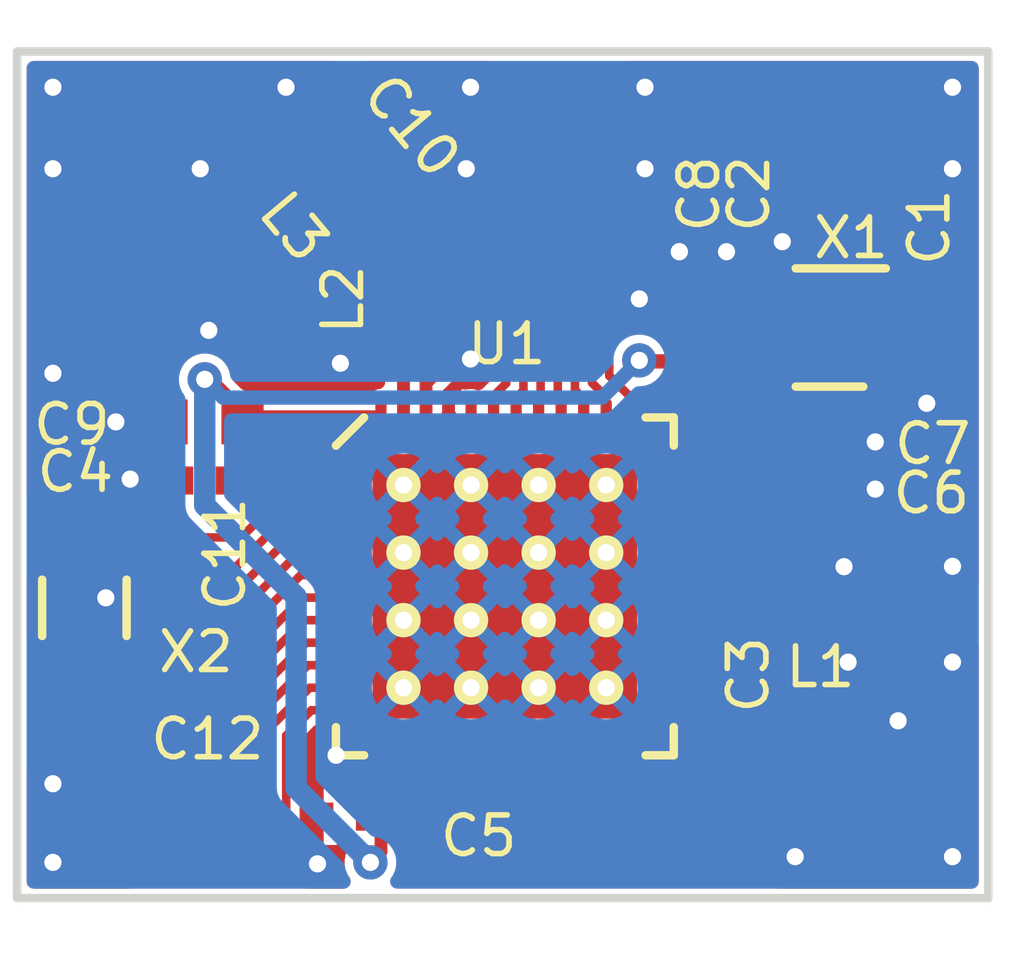
<source format=kicad_pcb>
(kicad_pcb (version 4) (host pcbnew 4.0.0-stable)

  (general
    (links 90)
    (no_connects 3)
    (area 71.518807 -97.97362 97.2013 -77.09662)
    (thickness 1.6)
    (drawings 22)
    (tracks 215)
    (zones 0)
    (modules 54)
    (nets 14)
  )

  (page A4)
  (layers
    (0 F.Cu signal)
    (31 B.Cu signal hide)
    (32 B.Adhes user)
    (33 F.Adhes user)
    (34 B.Paste user)
    (35 F.Paste user)
    (36 B.SilkS user)
    (37 F.SilkS user)
    (38 B.Mask user)
    (39 F.Mask user)
    (40 Dwgs.User user)
    (41 Cmts.User user)
    (42 Eco1.User user)
    (43 Eco2.User user)
    (44 Edge.Cuts user)
    (45 Margin user)
    (46 B.CrtYd user)
    (47 F.CrtYd user)
    (48 B.Fab user)
    (49 F.Fab user)
  )

  (setup
    (last_trace_width 0.254)
    (trace_clearance 0.1524)
    (zone_clearance 0.09144)
    (zone_45_only yes)
    (trace_min 0.254)
    (segment_width 0.2)
    (edge_width 0.1)
    (via_size 0.889)
    (via_drill 0.635)
    (via_min_size 0.889)
    (via_min_drill 0.508)
    (uvia_size 0.508)
    (uvia_drill 0.127)
    (uvias_allowed no)
    (uvia_min_size 0.508)
    (uvia_min_drill 0.127)
    (pcb_text_width 0.3)
    (pcb_text_size 1.5 1.5)
    (mod_edge_width 0.15)
    (mod_text_size 1 1)
    (mod_text_width 0.15)
    (pad_size 0.6096 0.6096)
    (pad_drill 0.3048)
    (pad_to_mask_clearance 0)
    (aux_axis_origin 75.44454 -79.95442)
    (grid_origin 75.44454 -79.95442)
    (visible_elements 7FFFF77F)
    (pcbplotparams
      (layerselection 0x010e8_80000001)
      (usegerberextensions true)
      (excludeedgelayer false)
      (linewidth 0.100000)
      (plotframeref false)
      (viasonmask false)
      (mode 1)
      (useauxorigin true)
      (hpglpennumber 1)
      (hpglpenspeed 20)
      (hpglpendiameter 15)
      (hpglpenoverlay 2)
      (psnegative false)
      (psa4output false)
      (plotreference false)
      (plotvalue false)
      (plotinvisibletext false)
      (padsonsilk false)
      (subtractmaskfromsilk false)
      (outputformat 1)
      (mirror false)
      (drillshape 0)
      (scaleselection 1)
      (outputdirectory GerberOutput/))
  )

  (net 0 "")
  (net 1 GND)
  (net 2 "Net-(C1-Pad1)")
  (net 3 "Net-(C2-Pad1)")
  (net 4 "Net-(C3-Pad1)")
  (net 5 "Net-(C4-Pad2)")
  (net 6 /VDD_nRF)
  (net 7 "Net-(C6-Pad2)")
  (net 8 "Net-(C7-Pad2)")
  (net 9 "Net-(C10-Pad2)")
  (net 10 "Net-(C11-Pad2)")
  (net 11 "Net-(C12-Pad2)")
  (net 12 "Net-(L2-Pad1)")
  (net 13 "Net-(L2-Pad2)")

  (net_class Default "This is the default net class."
    (clearance 0.1524)
    (trace_width 0.254)
    (via_dia 0.889)
    (via_drill 0.635)
    (uvia_dia 0.508)
    (uvia_drill 0.127)
    (add_net /VDD_nRF)
    (add_net GND)
    (add_net "Net-(C1-Pad1)")
    (add_net "Net-(C10-Pad2)")
    (add_net "Net-(C11-Pad2)")
    (add_net "Net-(C12-Pad2)")
    (add_net "Net-(C2-Pad1)")
    (add_net "Net-(C3-Pad1)")
    (add_net "Net-(C4-Pad2)")
    (add_net "Net-(C6-Pad2)")
    (add_net "Net-(C7-Pad2)")
    (add_net "Net-(L2-Pad1)")
    (add_net "Net-(L2-Pad2)")
  )

  (module dcdc:CAPC1608X06L (layer F.Cu) (tedit 4289BEAB) (tstamp 539EEDBF)
    (at 78.771935 -88.412617 270)
    (path /566CC56A)
    (attr smd)
    (fp_text reference C9 (at 0 0 270) (layer F.SilkS) hide
      (effects (font (thickness 0.05)))
    )
    (fp_text value 4.7uF (at 0 0 270) (layer F.SilkS) hide
      (effects (font (thickness 0.05)))
    )
    (pad 1 smd rect (at 0 0.675 90) (size 0.800001 0.750001) (layers F.Cu F.Paste F.Mask)
      (net 1 GND))
    (pad 2 smd rect (at 0 -0.675 90) (size 0.800001 0.750001) (layers F.Cu F.Paste F.Mask)
      (net 6 /VDD_nRF))
    (model "${KIPRJMOD}/dcdc.3dshapes/wrl/User Library-Chip Capacitor 0603.wrl"
      (at (xyz 0.01693 -0 0.015748))
      (scale (xyz 0.39370078740158 0.39370078740158 0.39370078740158))
      (rotate (xyz 360 360 270))
    )
    (model ${KIPRJMOD}/dcdc.3dshapes/wrlshp/B6A667F8-9D07.wrl
      (at (xyz 0 0 0))
      (scale (xyz 1 1 1))
      (rotate (xyz 0 0 180))
    )
  )

  (module dcdc:CAPC1608X06L (layer F.Cu) (tedit 56E9FD19) (tstamp 539EEDBF)
    (at 81.744454 -93.396097 220)
    (path /56EA0454)
    (attr smd)
    (fp_text reference C10 (at 0 0 220) (layer F.SilkS) hide
      (effects (font (thickness 0.05)))
    )
    (fp_text value 1.0uF (at 0 0 220) (layer F.SilkS) hide
      (effects (font (thickness 0.05)))
    )
    (pad 1 smd rect (at 0 0.675 40) (size 0.800001 0.750001) (layers F.Cu F.Paste F.Mask)
      (net 1 GND))
    (pad 2 smd rect (at 0 -0.675 40) (size 0.800001 0.750001) (layers F.Cu F.Paste F.Mask)
      (net 9 "Net-(C10-Pad2)"))
    (model "${KIPRJMOD}/dcdc.3dshapes/wrl/User Library-Chip Capacitor 0603.wrl"
      (at (xyz 0.01693 -0 0.015748))
      (scale (xyz 0.393701 0.393701 0.393701))
      (rotate (xyz 360 360 270))
    )
    (model ${KIPRJMOD}/dcdc.3dshapes/wrlshp/B6A667F8-9D07.wrl
      (at (xyz 0 0 0))
      (scale (xyz 1 1 1))
      (rotate (xyz 0 0 180))
    )
  )

  (module dcdc:VIA-0.6096 (layer F.Cu) (tedit 566CE49D) (tstamp 566CE167)
    (at 92.05614 -94.35622)
    (fp_text reference REF** (at 0 2.54) (layer F.SilkS) hide
      (effects (font (size 1 1) (thickness 0.15)))
    )
    (fp_text value VIA-0.6096 (at 0 -2.54) (layer F.Fab) hide
      (effects (font (size 1 1) (thickness 0.15)))
    )
    (pad 1 thru_hole circle (at 0 0) (size 0.6096 0.6096) (drill 0.3048) (layers *.Cu)
      (net 1 GND) (zone_connect 2))
  )

  (module dcdc:VIA-0.6096 (layer F.Cu) (tedit 566CE49D) (tstamp 566CE167)
    (at 86.59514 -94.35622)
    (fp_text reference REF** (at 0 2.54) (layer F.SilkS) hide
      (effects (font (size 1 1) (thickness 0.15)))
    )
    (fp_text value VIA-0.6096 (at 0 -2.54) (layer F.Fab) hide
      (effects (font (size 1 1) (thickness 0.15)))
    )
    (pad 1 thru_hole circle (at 0 0) (size 0.6096 0.6096) (drill 0.3048) (layers *.Cu)
      (net 1 GND) (zone_connect 2))
  )

  (module dcdc:VIA-0.6096 (layer F.Cu) (tedit 566CE49D) (tstamp 566CE167)
    (at 81.18494 -89.45402)
    (fp_text reference REF** (at 0 2.54) (layer F.SilkS) hide
      (effects (font (size 1 1) (thickness 0.15)))
    )
    (fp_text value VIA-0.6096 (at 0 -2.54) (layer F.Fab) hide
      (effects (font (size 1 1) (thickness 0.15)))
    )
    (pad 1 thru_hole circle (at 0 0) (size 0.6096 0.6096) (drill 0.3048) (layers *.Cu)
      (net 1 GND) (zone_connect 2))
  )

  (module dcdc:VIA-0.6096 (layer F.Cu) (tedit 566CE49D) (tstamp 566CE167)
    (at 76.07954 -94.35622)
    (fp_text reference REF** (at 0 2.54) (layer F.SilkS) hide
      (effects (font (size 1 1) (thickness 0.15)))
    )
    (fp_text value VIA-0.6096 (at 0 -2.54) (layer F.Fab) hide
      (effects (font (size 1 1) (thickness 0.15)))
    )
    (pad 1 thru_hole circle (at 0 0) (size 0.6096 0.6096) (drill 0.3048) (layers *.Cu)
      (net 1 GND) (zone_connect 2))
  )

  (module dcdc:VIA-0.6096 (layer F.Cu) (tedit 566CE49D) (tstamp 566CE167)
    (at 80.21974 -94.35622)
    (fp_text reference REF** (at 0 2.54) (layer F.SilkS) hide
      (effects (font (size 1 1) (thickness 0.15)))
    )
    (fp_text value VIA-0.6096 (at 0 -2.54) (layer F.Fab) hide
      (effects (font (size 1 1) (thickness 0.15)))
    )
    (pad 1 thru_hole circle (at 0 0) (size 0.6096 0.6096) (drill 0.3048) (layers *.Cu)
      (net 1 GND) (zone_connect 2))
  )

  (module dcdc:VIA-0.6096 (layer F.Cu) (tedit 566CE49D) (tstamp 566CE167)
    (at 83.49634 -94.35622)
    (fp_text reference REF** (at 0 2.54) (layer F.SilkS) hide
      (effects (font (size 1 1) (thickness 0.15)))
    )
    (fp_text value VIA-0.6096 (at 0 -2.54) (layer F.Fab) hide
      (effects (font (size 1 1) (thickness 0.15)))
    )
    (pad 1 thru_hole circle (at 0 0) (size 0.6096 0.6096) (drill 0.3048) (layers *.Cu)
      (net 1 GND) (zone_connect 2))
  )

  (module dcdc:VIA-0.6096 (layer F.Cu) (tedit 566CE49D) (tstamp 566CE167)
    (at 77.01934 -85.28842)
    (fp_text reference REF** (at 0 2.54) (layer F.SilkS) hide
      (effects (font (size 1 1) (thickness 0.15)))
    )
    (fp_text value VIA-0.6096 (at 0 -2.54) (layer F.Fab) hide
      (effects (font (size 1 1) (thickness 0.15)))
    )
    (pad 1 thru_hole circle (at 0 0) (size 0.6096 0.6096) (drill 0.3048) (layers *.Cu)
      (net 1 GND) (zone_connect 2))
  )

  (module dcdc:VIA-0.6096 (layer F.Cu) (tedit 566CE49D) (tstamp 566CE167)
    (at 76.07954 -81.98642)
    (fp_text reference REF** (at 0 2.54) (layer F.SilkS) hide
      (effects (font (size 1 1) (thickness 0.15)))
    )
    (fp_text value VIA-0.6096 (at 0 -2.54) (layer F.Fab) hide
      (effects (font (size 1 1) (thickness 0.15)))
    )
    (pad 1 thru_hole circle (at 0 0) (size 0.6096 0.6096) (drill 0.3048) (layers *.Cu)
      (net 1 GND) (zone_connect 2))
  )

  (module dcdc:VIA-0.6096 (layer F.Cu) (tedit 566CE49D) (tstamp 566CE167)
    (at 76.07954 -80.58942)
    (fp_text reference REF** (at 0 2.54) (layer F.SilkS) hide
      (effects (font (size 1 1) (thickness 0.15)))
    )
    (fp_text value VIA-0.6096 (at 0 -2.54) (layer F.Fab) hide
      (effects (font (size 1 1) (thickness 0.15)))
    )
    (pad 1 thru_hole circle (at 0 0) (size 0.6096 0.6096) (drill 0.3048) (layers *.Cu)
      (net 1 GND) (zone_connect 2))
  )

  (module dcdc:VIA-0.6096 (layer F.Cu) (tedit 566CE49D) (tstamp 566CE167)
    (at 92.05614 -80.69102)
    (fp_text reference REF** (at 0 2.54) (layer F.SilkS) hide
      (effects (font (size 1 1) (thickness 0.15)))
    )
    (fp_text value VIA-0.6096 (at 0 -2.54) (layer F.Fab) hide
      (effects (font (size 1 1) (thickness 0.15)))
    )
    (pad 1 thru_hole circle (at 0 0) (size 0.6096 0.6096) (drill 0.3048) (layers *.Cu)
      (net 1 GND) (zone_connect 2))
  )

  (module dcdc:VIA-0.6096 (layer F.Cu) (tedit 566CE49D) (tstamp 566CE167)
    (at 89.26214 -80.69102)
    (fp_text reference REF** (at 0 2.54) (layer F.SilkS) hide
      (effects (font (size 1 1) (thickness 0.15)))
    )
    (fp_text value VIA-0.6096 (at 0 -2.54) (layer F.Fab) hide
      (effects (font (size 1 1) (thickness 0.15)))
    )
    (pad 1 thru_hole circle (at 0 0) (size 0.6096 0.6096) (drill 0.3048) (layers *.Cu)
      (net 1 GND) (zone_connect 2))
  )

  (module dcdc:VIA-0.6096 (layer F.Cu) (tedit 566CE49D) (tstamp 566CE167)
    (at 92.05614 -84.14542)
    (fp_text reference REF** (at 0 2.54) (layer F.SilkS) hide
      (effects (font (size 1 1) (thickness 0.15)))
    )
    (fp_text value VIA-0.6096 (at 0 -2.54) (layer F.Fab) hide
      (effects (font (size 1 1) (thickness 0.15)))
    )
    (pad 1 thru_hole circle (at 0 0) (size 0.6096 0.6096) (drill 0.3048) (layers *.Cu)
      (net 1 GND) (zone_connect 2))
  )

  (module dcdc:VIA-0.6096 (layer F.Cu) (tedit 566CE49D) (tstamp 566CE167)
    (at 90.20194 -84.14542)
    (fp_text reference REF** (at 0 2.54) (layer F.SilkS) hide
      (effects (font (size 1 1) (thickness 0.15)))
    )
    (fp_text value VIA-0.6096 (at 0 -2.54) (layer F.Fab) hide
      (effects (font (size 1 1) (thickness 0.15)))
    )
    (pad 1 thru_hole circle (at 0 0) (size 0.6096 0.6096) (drill 0.3048) (layers *.Cu)
      (net 1 GND) (zone_connect 2))
  )

  (module dcdc:VIA-0.6096 (layer F.Cu) (tedit 566CE49D) (tstamp 566CE167)
    (at 92.05614 -85.84722)
    (fp_text reference REF** (at 0 2.54) (layer F.SilkS) hide
      (effects (font (size 1 1) (thickness 0.15)))
    )
    (fp_text value VIA-0.6096 (at 0 -2.54) (layer F.Fab) hide
      (effects (font (size 1 1) (thickness 0.15)))
    )
    (pad 1 thru_hole circle (at 0 0) (size 0.6096 0.6096) (drill 0.3048) (layers *.Cu)
      (net 1 GND) (zone_connect 2))
  )

  (module dcdc:VIA-0.6096 (layer F.Cu) (tedit 566CE49D) (tstamp 566CE167)
    (at 91.59894 -88.74282)
    (fp_text reference REF** (at 0 2.54) (layer F.SilkS) hide
      (effects (font (size 1 1) (thickness 0.15)))
    )
    (fp_text value VIA-0.6096 (at 0 -2.54) (layer F.Fab) hide
      (effects (font (size 1 1) (thickness 0.15)))
    )
    (pad 1 thru_hole circle (at 0 0) (size 0.6096 0.6096) (drill 0.3048) (layers *.Cu)
      (net 1 GND) (zone_connect 2))
  )

  (module dcdc:VIA-0.6096 (layer F.Cu) (tedit 566CE49D) (tstamp 566CE167)
    (at 89.03354 -91.61302)
    (fp_text reference REF** (at 0 2.54) (layer F.SilkS) hide
      (effects (font (size 1 1) (thickness 0.15)))
    )
    (fp_text value VIA-0.6096 (at 0 -2.54) (layer F.Fab) hide
      (effects (font (size 1 1) (thickness 0.15)))
    )
    (pad 1 thru_hole circle (at 0 0) (size 0.6096 0.6096) (drill 0.3048) (layers *.Cu)
      (net 1 GND) (zone_connect 2))
  )

  (module dcdc:VIA-0.6096 (layer F.Cu) (tedit 566CE49D) (tstamp 566CE167)
    (at 92.05614 -92.90842)
    (fp_text reference REF** (at 0 2.54) (layer F.SilkS) hide
      (effects (font (size 1 1) (thickness 0.15)))
    )
    (fp_text value VIA-0.6096 (at 0 -2.54) (layer F.Fab) hide
      (effects (font (size 1 1) (thickness 0.15)))
    )
    (pad 1 thru_hole circle (at 0 0) (size 0.6096 0.6096) (drill 0.3048) (layers *.Cu)
      (net 1 GND) (zone_connect 2))
  )

  (module dcdc:VIA-0.6096 (layer F.Cu) (tedit 566CE49D) (tstamp 566CE167)
    (at 88.04294 -91.43522)
    (fp_text reference REF** (at 0 2.54) (layer F.SilkS) hide
      (effects (font (size 1 1) (thickness 0.15)))
    )
    (fp_text value VIA-0.6096 (at 0 -2.54) (layer F.Fab) hide
      (effects (font (size 1 1) (thickness 0.15)))
    )
    (pad 1 thru_hole circle (at 0 0) (size 0.6096 0.6096) (drill 0.3048) (layers *.Cu)
      (net 1 GND) (zone_connect 2))
  )

  (module dcdc:VIA-0.6096 (layer F.Cu) (tedit 566CE49D) (tstamp 566CE167)
    (at 87.20474 -91.43522)
    (fp_text reference REF** (at 0 2.54) (layer F.SilkS) hide
      (effects (font (size 1 1) (thickness 0.15)))
    )
    (fp_text value VIA-0.6096 (at 0 -2.54) (layer F.Fab) hide
      (effects (font (size 1 1) (thickness 0.15)))
    )
    (pad 1 thru_hole circle (at 0 0) (size 0.6096 0.6096) (drill 0.3048) (layers *.Cu)
      (net 1 GND) (zone_connect 2))
  )

  (module dcdc:VIA-0.6096 (layer F.Cu) (tedit 566CE49D) (tstamp 566CE167)
    (at 87.20474 -91.43522)
    (fp_text reference REF** (at 0 2.54) (layer F.SilkS) hide
      (effects (font (size 1 1) (thickness 0.15)))
    )
    (fp_text value VIA-0.6096 (at 0 -2.54) (layer F.Fab) hide
      (effects (font (size 1 1) (thickness 0.15)))
    )
    (pad 1 thru_hole circle (at 0 0) (size 0.6096 0.6096) (drill 0.3048) (layers *.Cu)
      (net 1 GND) (zone_connect 2))
  )

  (module dcdc:VIA-0.6096 (layer F.Cu) (tedit 566CE49D) (tstamp 566CE167)
    (at 86.59514 -92.90842)
    (fp_text reference REF** (at 0 2.54) (layer F.SilkS) hide
      (effects (font (size 1 1) (thickness 0.15)))
    )
    (fp_text value VIA-0.6096 (at 0 -2.54) (layer F.Fab) hide
      (effects (font (size 1 1) (thickness 0.15)))
    )
    (pad 1 thru_hole circle (at 0 0) (size 0.6096 0.6096) (drill 0.3048) (layers *.Cu)
      (net 1 GND) (zone_connect 2))
  )

  (module dcdc:VIA-0.6096 (layer F.Cu) (tedit 566CE49D) (tstamp 566CE167)
    (at 83.42014 -92.90842)
    (fp_text reference REF** (at 0 2.54) (layer F.SilkS) hide
      (effects (font (size 1 1) (thickness 0.15)))
    )
    (fp_text value VIA-0.6096 (at 0 -2.54) (layer F.Fab) hide
      (effects (font (size 1 1) (thickness 0.15)))
    )
    (pad 1 thru_hole circle (at 0 0) (size 0.6096 0.6096) (drill 0.3048) (layers *.Cu)
      (net 1 GND) (zone_connect 2))
  )

  (module dcdc:VIA-0.6096 (layer F.Cu) (tedit 566CE49D) (tstamp 566CE167)
    (at 76.07954 -89.27622)
    (fp_text reference REF** (at 0 2.54) (layer F.SilkS) hide
      (effects (font (size 1 1) (thickness 0.15)))
    )
    (fp_text value VIA-0.6096 (at 0 -2.54) (layer F.Fab) hide
      (effects (font (size 1 1) (thickness 0.15)))
    )
    (pad 1 thru_hole circle (at 0 0) (size 0.6096 0.6096) (drill 0.3048) (layers *.Cu)
      (net 1 GND) (zone_connect 2))
  )

  (module dcdc:VIA-0.6096 (layer F.Cu) (tedit 566CE49D) (tstamp 566CE167)
    (at 78.84814 -90.03822)
    (fp_text reference REF** (at 0 2.54) (layer F.SilkS) hide
      (effects (font (size 1 1) (thickness 0.15)))
    )
    (fp_text value VIA-0.6096 (at 0 -2.54) (layer F.Fab) hide
      (effects (font (size 1 1) (thickness 0.15)))
    )
    (pad 1 thru_hole circle (at 0 0) (size 0.6096 0.6096) (drill 0.3048) (layers *.Cu)
      (net 1 GND) (zone_connect 2))
  )

  (module dcdc:VIA-0.6096 (layer F.Cu) (tedit 566CE49D) (tstamp 566CE167)
    (at 76.07954 -92.90842)
    (fp_text reference REF** (at 0 2.54) (layer F.SilkS) hide
      (effects (font (size 1 1) (thickness 0.15)))
    )
    (fp_text value VIA-0.6096 (at 0 -2.54) (layer F.Fab) hide
      (effects (font (size 1 1) (thickness 0.15)))
    )
    (pad 1 thru_hole circle (at 0 0) (size 0.6096 0.6096) (drill 0.3048) (layers *.Cu)
      (net 1 GND) (zone_connect 2))
  )

  (module dcdc:VIA-0.6096 (layer F.Cu) (tedit 566CE49D) (tstamp 566CE167)
    (at 77.19714 -88.41262)
    (fp_text reference REF** (at 0 2.54) (layer F.SilkS) hide
      (effects (font (size 1 1) (thickness 0.15)))
    )
    (fp_text value VIA-0.6096 (at 0 -2.54) (layer F.Fab) hide
      (effects (font (size 1 1) (thickness 0.15)))
    )
    (pad 1 thru_hole circle (at 0 0) (size 0.6096 0.6096) (drill 0.3048) (layers *.Cu)
      (net 1 GND) (zone_connect 2))
  )

  (module dcdc:VIA-0.6096 (layer F.Cu) (tedit 566CE49D) (tstamp 566CE167)
    (at 80.77854 -80.56402)
    (fp_text reference REF** (at 0 2.54) (layer F.SilkS) hide
      (effects (font (size 1 1) (thickness 0.15)))
    )
    (fp_text value VIA-0.6096 (at 0 -2.54) (layer F.Fab) hide
      (effects (font (size 1 1) (thickness 0.15)))
    )
    (pad 1 thru_hole circle (at 0 0) (size 0.6096 0.6096) (drill 0.3048) (layers *.Cu)
      (net 1 GND) (zone_connect 2))
  )

  (module dcdc:VIA-0.6096 (layer F.Cu) (tedit 566CE49D) (tstamp 566CE167)
    (at 91.09094 -83.10402)
    (fp_text reference REF** (at 0 2.54) (layer F.SilkS) hide
      (effects (font (size 1 1) (thickness 0.15)))
    )
    (fp_text value VIA-0.6096 (at 0 -2.54) (layer F.Fab) hide
      (effects (font (size 1 1) (thickness 0.15)))
    )
    (pad 1 thru_hole circle (at 0 0) (size 0.6096 0.6096) (drill 0.3048) (layers *.Cu)
      (net 1 GND) (zone_connect 2))
  )

  (module dcdc:VIA-0.6096 (layer F.Cu) (tedit 566CE49D) (tstamp 566CE167)
    (at 81.10874 -82.49162)
    (fp_text reference REF** (at 0 2.54) (layer F.SilkS) hide
      (effects (font (size 1 1) (thickness 0.15)))
    )
    (fp_text value VIA-0.6096 (at 0 -2.54) (layer F.Fab) hide
      (effects (font (size 1 1) (thickness 0.15)))
    )
    (pad 1 thru_hole circle (at 0 0) (size 0.6096 0.6096) (drill 0.3048) (layers *.Cu)
      (net 1 GND) (zone_connect 2))
  )

  (module dcdc:VIA-0.6096 (layer F.Cu) (tedit 566CE49D) (tstamp 566CE167)
    (at 77.45114 -87.39662)
    (fp_text reference REF** (at 0 2.54) (layer F.SilkS) hide
      (effects (font (size 1 1) (thickness 0.15)))
    )
    (fp_text value VIA-0.6096 (at 0 -2.54) (layer F.Fab) hide
      (effects (font (size 1 1) (thickness 0.15)))
    )
    (pad 1 thru_hole circle (at 0 0) (size 0.6096 0.6096) (drill 0.3048) (layers *.Cu)
      (net 1 GND) (zone_connect 2))
  )

  (module dcdc:VIA-0.6096 (layer F.Cu) (tedit 566CE49D) (tstamp 566CE167)
    (at 90.68454 -87.21882)
    (fp_text reference REF** (at 0 2.54) (layer F.SilkS) hide
      (effects (font (size 1 1) (thickness 0.15)))
    )
    (fp_text value VIA-0.6096 (at 0 -2.54) (layer F.Fab) hide
      (effects (font (size 1 1) (thickness 0.15)))
    )
    (pad 1 thru_hole circle (at 0 0) (size 0.6096 0.6096) (drill 0.3048) (layers *.Cu)
      (net 1 GND) (zone_connect 2))
  )

  (module dcdc:VIA-0.6096 (layer F.Cu) (tedit 566CE49D) (tstamp 566CE167)
    (at 90.68454 -88.05702)
    (fp_text reference REF** (at 0 2.54) (layer F.SilkS) hide
      (effects (font (size 1 1) (thickness 0.15)))
    )
    (fp_text value VIA-0.6096 (at 0 -2.54) (layer F.Fab) hide
      (effects (font (size 1 1) (thickness 0.15)))
    )
    (pad 1 thru_hole circle (at 0 0) (size 0.6096 0.6096) (drill 0.3048) (layers *.Cu)
      (net 1 GND) (zone_connect 2))
  )

  (module dcdc:VIA-0.6096 (layer F.Cu) (tedit 566CE49D) (tstamp 566CE167)
    (at 78.69574 -92.90842)
    (fp_text reference REF** (at 0 2.54) (layer F.SilkS) hide
      (effects (font (size 1 1) (thickness 0.15)))
    )
    (fp_text value VIA-0.6096 (at 0 -2.54) (layer F.Fab) hide
      (effects (font (size 1 1) (thickness 0.15)))
    )
    (pad 1 thru_hole circle (at 0 0) (size 0.6096 0.6096) (drill 0.3048) (layers *.Cu)
      (net 1 GND) (zone_connect 2))
  )

  (module dcdc:VIA-0.6096 (layer F.Cu) (tedit 566CE49D) (tstamp 566CE167)
    (at 90.12973 -85.84122)
    (fp_text reference REF** (at 0 2.54) (layer F.SilkS) hide
      (effects (font (size 1 1) (thickness 0.15)))
    )
    (fp_text value VIA-0.6096 (at 0 -2.54) (layer F.Fab) hide
      (effects (font (size 1 1) (thickness 0.15)))
    )
    (pad 1 thru_hole circle (at 0 0) (size 0.6096 0.6096) (drill 0.3048) (layers *.Cu)
      (net 1 GND) (zone_connect 2))
  )

  (module dcdc:VIA-0.6096 (layer F.Cu) (tedit 566CE49D) (tstamp 566CE167)
    (at 83.49634 -89.53022)
    (fp_text reference REF** (at 0 2.54) (layer F.SilkS) hide
      (effects (font (size 1 1) (thickness 0.15)))
    )
    (fp_text value VIA-0.6096 (at 0 -2.54) (layer F.Fab) hide
      (effects (font (size 1 1) (thickness 0.15)))
    )
    (pad 1 thru_hole circle (at 0 0) (size 0.6096 0.6096) (drill 0.3048) (layers *.Cu)
      (net 1 GND) (zone_connect 2))
  )

  (module nrf:nrf51-qfax-1ep-vias (layer F.Cu) (tedit 56EA020A) (tstamp 539EEDBF)
    (at 84.105935 -85.491617)
    (descr "QFN, 48-Leads, Body 6,0x6,0mm (max), Pitch 0,40mm, IPC Medium Density")
    (tags "QFN 0.4")
    (path /567DBE79)
    (attr smd)
    (fp_text reference U1 (at 11.867965 -4.043383) (layer F.SilkS) hide
      (effects (font (size 1 1) (thickness 0.15)))
    )
    (fp_text value nrf51822-qfax (at 0.508 4.572) (layer F.Fab) hide
      (effects (font (size 1 1) (thickness 0.15)))
    )
    (fp_line (start -3 -2.5) (end -2.5 -3) (layer F.SilkS) (width 0.15))
    (fp_line (start 2.5 -3) (end 3 -3) (layer F.SilkS) (width 0.15))
    (fp_line (start 3 -2.5) (end 3 -3) (layer F.SilkS) (width 0.15))
    (fp_line (start 3 3) (end 3 2.5) (layer F.SilkS) (width 0.15))
    (fp_line (start 2.5 3) (end 3 3) (layer F.SilkS) (width 0.15))
    (fp_line (start -3 3) (end -2.5 3) (layer F.SilkS) (width 0.15))
    (fp_line (start -3 3) (end -3 2.5) (layer F.SilkS) (width 0.15))
    (fp_line (start -3.6 3.6) (end -3.6 -3.6) (layer F.CrtYd) (width 0.05))
    (fp_line (start 3.6 3.6) (end 3.6 -3.6) (layer F.CrtYd) (width 0.05))
    (fp_line (start -3.6 -3.6) (end 3.6 -3.6) (layer F.CrtYd) (width 0.05))
    (fp_line (start -3.6 3.6) (end 3.6 3.6) (layer F.CrtYd) (width 0.05))
    (pad 1 smd oval (at -3.025 -2.2 90) (size 0.2 0.650001) (layers F.Cu F.Paste F.Mask)
      (net 5 "Net-(C4-Pad2)"))
    (pad 2 smd oval (at -3.025 -1.8 90) (size 0.2 0.650001) (layers F.Cu F.Paste F.Mask)
      (net 10 "Net-(C11-Pad2)"))
    (pad 3 smd oval (at -3.025 -1.4 90) (size 0.2 0.650001) (layers F.Cu F.Paste F.Mask)
      (net 11 "Net-(C12-Pad2)"))
    (pad 4 smd oval (at -3.025 -1 90) (size 0.2 0.650001) (layers F.Cu F.Paste F.Mask))
    (pad 5 smd oval (at -3.025 -0.6 90) (size 0.2 0.650001) (layers F.Cu F.Paste F.Mask))
    (pad 6 smd oval (at -3.025 -0.2 90) (size 0.2 0.650001) (layers F.Cu F.Paste F.Mask))
    (pad 7 smd oval (at -3.025 0.2 90) (size 0.2 0.650001) (layers F.Cu F.Paste F.Mask))
    (pad 8 smd oval (at -3.025 0.6 90) (size 0.2 0.650001) (layers F.Cu F.Paste F.Mask))
    (pad 9 smd oval (at -3.025 1 90) (size 0.2 0.650001) (layers F.Cu F.Paste F.Mask))
    (pad 10 smd oval (at -3.025 1.4 90) (size 0.2 0.650001) (layers F.Cu F.Paste F.Mask))
    (pad 11 smd oval (at -3.025 1.8 90) (size 0.2 0.650001) (layers F.Cu F.Paste F.Mask))
    (pad 12 smd oval (at -3.025 2.2 90) (size 0.2 0.650001) (layers F.Cu F.Paste F.Mask))
    (pad 13 smd oval (at -2.2 3.025) (size 0.2 0.650001) (layers F.Cu F.Paste F.Mask)
      (net 6 /VDD_nRF))
    (pad 14 smd oval (at -1.8 3.025) (size 0.2 0.650001) (layers F.Cu F.Paste F.Mask))
    (pad 15 smd oval (at -1.4 3.025) (size 0.2 0.650001) (layers F.Cu F.Paste F.Mask))
    (pad 16 smd oval (at -1 3.025) (size 0.2 0.650001) (layers F.Cu F.Paste F.Mask))
    (pad 17 smd oval (at -0.6 3.025) (size 0.2 0.650001) (layers F.Cu F.Paste F.Mask))
    (pad 18 smd oval (at -0.2 3.025) (size 0.2 0.650001) (layers F.Cu F.Paste F.Mask))
    (pad 19 smd oval (at 0.2 3.025) (size 0.2 0.650001) (layers F.Cu F.Paste F.Mask))
    (pad 20 smd oval (at 0.6 3.025) (size 0.2 0.650001) (layers F.Cu F.Paste F.Mask))
    (pad 21 smd oval (at 1 3.025) (size 0.2 0.650001) (layers F.Cu F.Paste F.Mask))
    (pad 22 smd oval (at 1.4 3.025) (size 0.2 0.650001) (layers F.Cu F.Paste F.Mask))
    (pad 23 smd oval (at 1.8 3.025) (size 0.2 0.650001) (layers F.Cu F.Paste F.Mask))
    (pad 24 smd oval (at 2.2 3.025) (size 0.2 0.650001) (layers F.Cu F.Paste F.Mask))
    (pad 25 smd oval (at 3.025 2.2 90) (size 0.2 0.650001) (layers F.Cu F.Paste F.Mask))
    (pad 26 smd oval (at 3.025 1.8 90) (size 0.2 0.650001) (layers F.Cu F.Paste F.Mask))
    (pad 27 smd oval (at 3.025 1.4 90) (size 0.2 0.650001) (layers F.Cu F.Paste F.Mask))
    (pad 28 smd oval (at 3.025 1 90) (size 0.2 0.650001) (layers F.Cu F.Paste F.Mask))
    (pad 29 smd oval (at 3.025 0.6 90) (size 0.2 0.650001) (layers F.Cu F.Paste F.Mask))
    (pad 30 smd oval (at 3.025 0.2 90) (size 0.2 0.650001) (layers F.Cu F.Paste F.Mask)
      (net 4 "Net-(C3-Pad1)"))
    (pad 31 smd oval (at 3.025 -0.2 90) (size 0.2 0.650001) (layers F.Cu F.Paste F.Mask)
      (net 1 GND))
    (pad 32 smd oval (at 3.025 -0.6 90) (size 0.2 0.650001) (layers F.Cu F.Paste F.Mask)
      (net 7 "Net-(C6-Pad2)"))
    (pad 33 smd oval (at 3.025 -1 90) (size 0.2 0.650001) (layers F.Cu F.Paste F.Mask)
      (net 8 "Net-(C7-Pad2)"))
    (pad 34 smd oval (at 3.025 -1.4 90) (size 0.2 0.650001) (layers F.Cu F.Paste F.Mask)
      (net 2 "Net-(C1-Pad1)"))
    (pad 35 smd oval (at 3.025 -1.8 90) (size 0.2 0.650001) (layers F.Cu F.Paste F.Mask)
      (net 3 "Net-(C2-Pad1)"))
    (pad 36 smd oval (at 3.025 -2.2 90) (size 0.2 0.650001) (layers F.Cu F.Paste F.Mask)
      (net 6 /VDD_nRF))
    (pad 37 smd oval (at 2.2 -3.025) (size 0.2 0.650001) (layers F.Cu F.Paste F.Mask))
    (pad 38 smd oval (at 1.8 -3.025) (size 0.2 0.650001) (layers F.Cu F.Paste F.Mask))
    (pad 39 smd oval (at 1.4 -3.025) (size 0.2 0.650001) (layers F.Cu F.Paste F.Mask))
    (pad 40 smd oval (at 1 -3.025) (size 0.2 0.650001) (layers F.Cu F.Paste F.Mask))
    (pad 41 smd oval (at 0.6 -3.025) (size 0.2 0.650001) (layers F.Cu F.Paste F.Mask))
    (pad 42 smd oval (at 0.2 -3.025) (size 0.2 0.650001) (layers F.Cu F.Paste F.Mask))
    (pad 43 smd oval (at -0.2 -3.025) (size 0.2 0.650001) (layers F.Cu F.Paste F.Mask))
    (pad 44 smd oval (at -0.6 -3.025) (size 0.2 0.650001) (layers F.Cu F.Paste F.Mask))
    (pad 45 smd oval (at -1 -3.025) (size 0.2 0.650001) (layers F.Cu F.Paste F.Mask)
      (net 1 GND))
    (pad 46 smd oval (at -1.4 -3.025) (size 0.2 0.650001) (layers F.Cu F.Paste F.Mask)
      (net 9 "Net-(C10-Pad2)"))
    (pad 47 smd oval (at -1.8 -3.025) (size 0.2 0.650001) (layers F.Cu F.Paste F.Mask)
      (net 13 "Net-(L2-Pad2)"))
    (pad 48 smd oval (at -2.2 -3.025) (size 0.2 0.650001) (layers F.Cu F.Paste F.Mask)
      (net 6 /VDD_nRF))
    (pad 49 smd rect (at 0 0) (size 4.700001 4.700001) (layers F.Cu F.Paste F.Mask)
      (net 1 GND) (solder_paste_margin_ratio -0.2))
    (pad 49 thru_hole circle (at -1.8 -1.8) (size 0.6096 0.6096) (drill 0.3048) (layers *.Cu *.Mask F.SilkS)
      (net 1 GND))
    (pad 49 thru_hole circle (at -0.6 -1.8) (size 0.6096 0.6096) (drill 0.3048) (layers *.Cu *.Mask F.SilkS)
      (net 1 GND))
    (pad 49 thru_hole circle (at 0.6 -1.8) (size 0.6096 0.6096) (drill 0.3048) (layers *.Cu *.Mask F.SilkS)
      (net 1 GND))
    (pad 49 thru_hole circle (at 1.8 -1.8) (size 0.6096 0.6096) (drill 0.3048) (layers *.Cu *.Mask F.SilkS)
      (net 1 GND))
    (pad 49 thru_hole circle (at -1.8 -0.6) (size 0.6096 0.6096) (drill 0.3048) (layers *.Cu *.Mask F.SilkS)
      (net 1 GND))
    (pad 49 thru_hole circle (at -0.6 -0.6) (size 0.6096 0.6096) (drill 0.3048) (layers *.Cu *.Mask F.SilkS)
      (net 1 GND))
    (pad 49 thru_hole circle (at 0.6 -0.6) (size 0.6096 0.6096) (drill 0.3048) (layers *.Cu *.Mask F.SilkS)
      (net 1 GND))
    (pad 49 thru_hole circle (at 1.8 -0.6) (size 0.6096 0.6096) (drill 0.3048) (layers *.Cu *.Mask F.SilkS)
      (net 1 GND))
    (pad 49 thru_hole circle (at -1.8 0.6) (size 0.6096 0.6096) (drill 0.3048) (layers *.Cu *.Mask F.SilkS)
      (net 1 GND))
    (pad 49 thru_hole circle (at -0.6 0.6) (size 0.6096 0.6096) (drill 0.3048) (layers *.Cu *.Mask F.SilkS)
      (net 1 GND))
    (pad 49 thru_hole circle (at 0.6 0.6) (size 0.6096 0.6096) (drill 0.3048) (layers *.Cu *.Mask F.SilkS)
      (net 1 GND))
    (pad 49 thru_hole circle (at 1.8 0.6) (size 0.6096 0.6096) (drill 0.3048) (layers *.Cu *.Mask F.SilkS)
      (net 1 GND))
    (pad 49 thru_hole circle (at -1.8 1.8) (size 0.6096 0.6096) (drill 0.3048) (layers *.Cu *.Mask F.SilkS)
      (net 1 GND))
    (pad 49 thru_hole circle (at -0.6 1.8) (size 0.6096 0.6096) (drill 0.3048) (layers *.Cu *.Mask F.SilkS)
      (net 1 GND))
    (pad 49 thru_hole circle (at 0.6 1.8) (size 0.6096 0.6096) (drill 0.3048) (layers *.Cu *.Mask F.SilkS)
      (net 1 GND))
    (pad 49 thru_hole circle (at 1.8 1.8) (size 0.6096 0.6096) (drill 0.3048) (layers *.Cu *.Mask F.SilkS)
      (net 1 GND))
    (model Housings_DFN_QFN.3dshapes/QFN-48-1EP_7x7mm_Pitch0.5mm.wrl
      (at (xyz 0 0 0))
      (scale (xyz 0.8 0.8 0.8))
      (rotate (xyz 0 0 0))
    )
  )

  (module dcdc:CAPC1005X04L (layer F.Cu) (tedit 56E9FCF2) (tstamp 539EEDBF)
    (at 87.204735 -90.089017 270)
    (path /56EA1ADB)
    (attr smd)
    (fp_text reference C8 (at 0 0 270) (layer F.SilkS) hide
      (effects (font (thickness 0.05)))
    )
    (fp_text value 100nF (at 0 0 270) (layer F.SilkS) hide
      (effects (font (thickness 0.05)))
    )
    (pad 1 smd rect (at -0.5 0) (size 0.499999 0.599999) (layers F.Cu F.Paste F.Mask)
      (net 1 GND))
    (pad 2 smd rect (at 0.5 0) (size 0.499999 0.599999) (layers F.Cu F.Paste F.Mask)
      (net 6 /VDD_nRF))
    (model "${KIPRJMOD}/dcdc.3dshapes/wrl/User Library-0402(1005M) Cap.wrl"
      (at (xyz 0 0 0.019685))
      (scale (xyz 0.393701 0.393701 0.393701))
      (rotate (xyz 270 180 0))
    )
    (model ${KIPRJMOD}/dcdc.3dshapes/wrlshp/27F8D307-C50E.wrl
      (at (xyz 0 0 0))
      (scale (xyz 1 1 1))
      (rotate (xyz 0 0 360))
    )
  )

  (module dcdc:CAPC1005X04L (layer F.Cu) (tedit 4289BEAB) (tstamp 539EEDBF)
    (at 88.093735 -90.089017 90)
    (path /566CD1BB)
    (attr smd)
    (fp_text reference C2 (at 0 0 90) (layer F.SilkS) hide
      (effects (font (thickness 0.05)))
    )
    (fp_text value 12pF (at 0 0 90) (layer F.SilkS) hide
      (effects (font (thickness 0.05)))
    )
    (pad 1 smd rect (at -0.5 0 180) (size 0.499999 0.599999) (layers F.Cu F.Paste F.Mask)
      (net 3 "Net-(C2-Pad1)"))
    (pad 2 smd rect (at 0.5 0 180) (size 0.499999 0.599999) (layers F.Cu F.Paste F.Mask)
      (net 1 GND))
    (model "${KIPRJMOD}/dcdc.3dshapes/wrl/User Library-0402(1005M) Cap.wrl"
      (at (xyz 0 0 0.019685))
      (scale (xyz 0.39370078740158 0.39370078740158 0.39370078740158))
      (rotate (xyz 270 180 0))
    )
    (model ${KIPRJMOD}/dcdc.3dshapes/wrlshp/27F8D307-C50E.wrl
      (at (xyz 0 0 0))
      (scale (xyz 1 1 1))
      (rotate (xyz 0 0 360))
    )
  )

  (module dcdc:CAPC1005X04L (layer F.Cu) (tedit 56E9FCE3) (tstamp 539EEDBF)
    (at 91.649735 -90.089017 270)
    (path /566CD21B)
    (attr smd)
    (fp_text reference C1 (at 0 0 270) (layer F.SilkS) hide
      (effects (font (thickness 0.05)))
    )
    (fp_text value 12pF (at 0 0 270) (layer F.SilkS) hide
      (effects (font (thickness 0.05)))
    )
    (pad 1 smd rect (at -0.5 0) (size 0.499999 0.599999) (layers F.Cu F.Paste F.Mask)
      (net 2 "Net-(C1-Pad1)"))
    (pad 2 smd rect (at 0.5 0) (size 0.499999 0.599999) (layers F.Cu F.Paste F.Mask)
      (net 1 GND))
    (model "${KIPRJMOD}/dcdc.3dshapes/wrl/User Library-0402(1005M) Cap.wrl"
      (at (xyz 0 0 0.019685))
      (scale (xyz 0.393701 0.393701 0.393701))
      (rotate (xyz 270 180 0))
    )
    (model ${KIPRJMOD}/dcdc.3dshapes/wrlshp/27F8D307-C50E.wrl
      (at (xyz 0 0 0))
      (scale (xyz 1 1 1))
      (rotate (xyz 0 0 360))
    )
  )

  (module dcdc:CAPC1005X04L (layer F.Cu) (tedit 56E9FCFF) (tstamp 539EEDBF)
    (at 89.389135 -88.107817 180)
    (path /56E9F826)
    (attr smd)
    (fp_text reference C7 (at 0 0 180) (layer F.SilkS) hide
      (effects (font (thickness 0.05)))
    )
    (fp_text value 100pF (at 0 0 180) (layer F.SilkS) hide
      (effects (font (thickness 0.05)))
    )
    (pad 1 smd rect (at -0.5 0 270) (size 0.499999 0.599999) (layers F.Cu F.Paste F.Mask)
      (net 1 GND))
    (pad 2 smd rect (at 0.5 0 270) (size 0.499999 0.599999) (layers F.Cu F.Paste F.Mask)
      (net 8 "Net-(C7-Pad2)"))
    (model "${KIPRJMOD}/dcdc.3dshapes/wrl/User Library-0402(1005M) Cap.wrl"
      (at (xyz 0 0 0.019685))
      (scale (xyz 0.393701 0.393701 0.393701))
      (rotate (xyz 270 180 0))
    )
    (model ${KIPRJMOD}/dcdc.3dshapes/wrlshp/27F8D307-C50E.wrl
      (at (xyz 0 0 0))
      (scale (xyz 1 1 1))
      (rotate (xyz 0 0 360))
    )
  )

  (module dcdc:CAPC1005X04L (layer F.Cu) (tedit 56E9FD05) (tstamp 539EEDBF)
    (at 89.389135 -87.218817 180)
    (path /56E9F54A)
    (attr smd)
    (fp_text reference C6 (at 0 0 180) (layer F.SilkS) hide
      (effects (font (thickness 0.05)))
    )
    (fp_text value NC (at 0 0 180) (layer F.SilkS) hide
      (effects (font (thickness 0.05)))
    )
    (pad 1 smd rect (at -0.5 0 270) (size 0.499999 0.599999) (layers F.Cu F.Paste F.Mask)
      (net 1 GND))
    (pad 2 smd rect (at 0.5 0 270) (size 0.499999 0.599999) (layers F.Cu F.Paste F.Mask)
      (net 7 "Net-(C6-Pad2)"))
    (model "${KIPRJMOD}/dcdc.3dshapes/wrl/User Library-0402(1005M) Cap.wrl"
      (at (xyz 0 0 0.019685))
      (scale (xyz 0.393701 0.393701 0.393701))
      (rotate (xyz 270 180 0))
    )
    (model ${KIPRJMOD}/dcdc.3dshapes/wrlshp/27F8D307-C50E.wrl
      (at (xyz 0 0 0))
      (scale (xyz 1 1 1))
      (rotate (xyz 0 0 360))
    )
  )

  (module dcdc:INDC1005X04L (layer F.Cu) (tedit 56E9FCC6) (tstamp 539EEDBF)
    (at 89.719335 -84.983617 90)
    (path /566CC2F0)
    (attr smd)
    (fp_text reference L1 (at 0 2 90) (layer F.SilkS) hide
      (effects (font (thickness 0.05)))
    )
    (fp_text value 3.9nH (at 0 -2 90) (layer F.SilkS) hide
      (effects (font (thickness 0.05)))
    )
    (pad 1 smd rect (at 0 -0.475 90) (size 0.499999 0.650001) (layers F.Cu F.Paste F.Mask)
      (net 4 "Net-(C3-Pad1)"))
    (pad 2 smd rect (at 0 0.475 90) (size 0.499999 0.650001) (layers F.Cu F.Paste F.Mask))
    (model "${KIPRJMOD}/dcdc.3dshapes/wrl/User Library-Chip Inductor 0402.wrl"
      (at (xyz 0.01181 0 0.009842999999999999))
      (scale (xyz 0.393701 0.393701 0.393701))
      (rotate (xyz 360 360 270))
    )
    (model ${KIPRJMOD}/dcdc.3dshapes/wrlshp/C9012E92-4FB3.wrl
      (at (xyz 0 0 0))
      (scale (xyz 1 1 1))
      (rotate (xyz 0 0 180))
    )
  )

  (module dcdc:CAPC1005X04L (layer F.Cu) (tedit 56E9FF7E) (tstamp 539EEDBF)
    (at 88.296935 -85.491617 90)
    (path /566CC3D8)
    (attr smd)
    (fp_text reference C3 (at 0 0 90) (layer F.SilkS) hide
      (effects (font (thickness 0.05)))
    )
    (fp_text value .8pF (at 0 0 90) (layer F.SilkS) hide
      (effects (font (thickness 0.05)))
    )
    (pad 1 smd rect (at -0.5 0 180) (size 0.499999 0.599999) (layers F.Cu F.Paste F.Mask)
      (net 4 "Net-(C3-Pad1)"))
    (pad 2 smd rect (at 0.5 0 180) (size 0.499999 0.599999) (layers F.Cu F.Paste F.Mask)
      (net 1 GND))
    (model "${KIPRJMOD}/dcdc.3dshapes/wrl/User Library-0402(1005M) Cap.wrl"
      (at (xyz 0 0 0.019685))
      (scale (xyz 0.393701 0.393701 0.393701))
      (rotate (xyz 270 180 0))
    )
    (model ${KIPRJMOD}/dcdc.3dshapes/wrlshp/27F8D307-C50E.wrl
      (at (xyz 0 0 0))
      (scale (xyz 1 1 1))
      (rotate (xyz 0 0 360))
    )
  )

  (module dcdc:CAPC1005X04L (layer F.Cu) (tedit 4289BEAB) (tstamp 539EEDBF)
    (at 76.638335 -82.799217)
    (path /56D1F8D7)
    (attr smd)
    (fp_text reference C12 (at 0 0) (layer F.SilkS) hide
      (effects (font (thickness 0.05)))
    )
    (fp_text value 12pF (at 0 0) (layer F.SilkS) hide
      (effects (font (thickness 0.05)))
    )
    (pad 1 smd rect (at -0.5 0 90) (size 0.499999 0.599999) (layers F.Cu F.Paste F.Mask)
      (net 1 GND))
    (pad 2 smd rect (at 0.5 0 90) (size 0.499999 0.599999) (layers F.Cu F.Paste F.Mask)
      (net 11 "Net-(C12-Pad2)"))
    (model "${KIPRJMOD}/dcdc.3dshapes/wrl/User Library-0402(1005M) Cap.wrl"
      (at (xyz 0 0 0.019685))
      (scale (xyz 0.39370078740158 0.39370078740158 0.39370078740158))
      (rotate (xyz 270 180 0))
    )
    (model ${KIPRJMOD}/dcdc.3dshapes/wrlshp/27F8D307-C50E.wrl
      (at (xyz 0 0 0))
      (scale (xyz 1 1 1))
      (rotate (xyz 0 0 360))
    )
  )

  (module dcdc:CAPC1005X04L (layer F.Cu) (tedit 4289BEAB) (tstamp 539EEDBF)
    (at 78.060735 -85.948817 90)
    (path /56D1F931)
    (attr smd)
    (fp_text reference C11 (at 0 0 90) (layer F.SilkS) hide
      (effects (font (thickness 0.05)))
    )
    (fp_text value 12pF (at 0 0 90) (layer F.SilkS) hide
      (effects (font (thickness 0.05)))
    )
    (pad 1 smd rect (at -0.5 0 180) (size 0.499999 0.599999) (layers F.Cu F.Paste F.Mask)
      (net 1 GND))
    (pad 2 smd rect (at 0.5 0 180) (size 0.499999 0.599999) (layers F.Cu F.Paste F.Mask)
      (net 10 "Net-(C11-Pad2)"))
    (model "${KIPRJMOD}/dcdc.3dshapes/wrl/User Library-0402(1005M) Cap.wrl"
      (at (xyz 0 0 0.019685))
      (scale (xyz 0.393701 0.393701 0.393701))
      (rotate (xyz 270 180 0))
    )
    (model ${KIPRJMOD}/dcdc.3dshapes/wrlshp/27F8D307-C50E.wrl
      (at (xyz 0 0 0))
      (scale (xyz 1 1 1))
      (rotate (xyz 0 0 360))
    )
  )

  (module dcdc:CAPC1005X04L (layer F.Cu) (tedit 56E9FD2B) (tstamp 539EEDBF)
    (at 78.771935 -87.371217)
    (path /56E9F1F9)
    (attr smd)
    (fp_text reference C4 (at 0 0) (layer F.SilkS) hide
      (effects (font (thickness 0.05)))
    )
    (fp_text value 100nF (at 0 0) (layer F.SilkS) hide
      (effects (font (thickness 0.05)))
    )
    (pad 1 smd rect (at -0.5 0 90) (size 0.499999 0.599999) (layers F.Cu F.Paste F.Mask)
      (net 1 GND))
    (pad 2 smd rect (at 0.5 0 90) (size 0.499999 0.599999) (layers F.Cu F.Paste F.Mask)
      (net 5 "Net-(C4-Pad2)"))
    (model "${KIPRJMOD}/dcdc.3dshapes/wrl/User Library-0402(1005M) Cap.wrl"
      (at (xyz 0 0 0.019685))
      (scale (xyz 0.393701 0.393701 0.393701))
      (rotate (xyz 270 180 0))
    )
    (model ${KIPRJMOD}/dcdc.3dshapes/wrlshp/27F8D307-C50E.wrl
      (at (xyz 0 0 0))
      (scale (xyz 1 1 1))
      (rotate (xyz 0 0 360))
    )
  )

  (module dcdc:INDC1608X06L (layer F.Cu) (tedit 56E9FC6F) (tstamp 539EEDBF)
    (at 82.226335 -90.449781 270)
    (path /566C9E5B)
    (attr smd)
    (fp_text reference L2 (at 0 2 270) (layer F.SilkS) hide
      (effects (font (thickness 0.05)))
    )
    (fp_text value 10uH (at 0 -2 270) (layer F.SilkS) hide
      (effects (font (thickness 0.05)))
    )
    (pad 1 smd rect (at -0.675 0) (size 0.800001 0.750001) (layers F.Cu F.Paste F.Mask)
      (net 12 "Net-(L2-Pad1)"))
    (pad 2 smd rect (at 0.675 0) (size 0.800001 0.750001) (layers F.Cu F.Paste F.Mask)
      (net 13 "Net-(L2-Pad2)"))
    (model "${KIPRJMOD}/dcdc.3dshapes/wrl/User Library-Chip Inductor.wrl"
      (at (xyz 0 0.0187 0.015748))
      (scale (xyz 0.393701 0.393701 0.393701))
      (rotate (xyz 360 360 180))
    )
    (model ${KIPRJMOD}/dcdc.3dshapes/wrlshp/3C0C10DE-CD94.wrl
      (at (xyz 0 0 0))
      (scale (xyz 1 1 1))
      (rotate (xyz 0 0 0))
    )
  )

  (module dcdc:INDC1005X04L (layer F.Cu) (tedit 56E9FC5D) (tstamp 539EEDBF)
    (at 81.058654 -92.532497 40)
    (path /566C9933)
    (attr smd)
    (fp_text reference L3 (at 0 2 40) (layer F.SilkS) hide
      (effects (font (thickness 0.05)))
    )
    (fp_text value 15nH (at 0 -2 40) (layer F.SilkS) hide
      (effects (font (thickness 0.05)))
    )
    (pad 1 smd rect (at 0 -0.475 40) (size 0.499999 0.650001) (layers F.Cu F.Paste F.Mask)
      (net 9 "Net-(C10-Pad2)"))
    (pad 2 smd rect (at 0 0.475 40) (size 0.499999 0.650001) (layers F.Cu F.Paste F.Mask)
      (net 12 "Net-(L2-Pad1)"))
    (model "${KIPRJMOD}/dcdc.3dshapes/wrl/User Library-Chip Inductor 0402.wrl"
      (at (xyz 0.01181 0 0.009842999999999999))
      (scale (xyz 0.393701 0.393701 0.393701))
      (rotate (xyz 360 360 270))
    )
    (model ${KIPRJMOD}/dcdc.3dshapes/wrlshp/C9012E92-4FB3.wrl
      (at (xyz 0 0 0))
      (scale (xyz 1 1 1))
      (rotate (xyz 0 0 180))
    )
  )

  (module dcdc:XTAL_3215 (layer F.Cu) (tedit 56897EA8) (tstamp 539EEDBF)
    (at 76.638335 -85.110617 90)
    (path /56D1F980)
    (attr smd)
    (fp_text reference X2 (at 0 -3 90) (layer F.SilkS) hide
      (effects (font (thickness 0.05)))
    )
    (fp_text value 32.768kHz (at 0 3 90) (layer F.SilkS) hide
      (effects (font (thickness 0.05)))
    )
    (fp_line (start -2 -1.15) (end 2 -1.15) (layer F.CrtYd) (width 0.05))
    (fp_line (start 2 -1.15) (end 2 1.15) (layer F.CrtYd) (width 0.05))
    (fp_line (start 2 1.15) (end -2 1.15) (layer F.CrtYd) (width 0.05))
    (fp_line (start -2 1.15) (end -2 -1.15) (layer F.CrtYd) (width 0.05))
    (fp_line (start 0.5 0.75) (end -0.5 0.75) (layer F.SilkS) (width 0.15))
    (fp_line (start -0.5 -0.75) (end 0.5 -0.75) (layer F.SilkS) (width 0.15))
    (pad 2 smd rect (at 1.25 0 90) (size 1 1.8) (layers F.Cu F.Paste F.Mask)
      (net 10 "Net-(C11-Pad2)"))
    (pad 1 smd rect (at -1.25 0 90) (size 1 1.8) (layers F.Cu F.Paste F.Mask)
      (net 11 "Net-(C12-Pad2)"))
    (model "${KIPRJMOD}/dcdc.3dshapes/wrl/User Library-Siward_SX3215.wrl"
      (at (xyz -0 -0 0))
      (scale (xyz 0.39370078740158 0.39370078740158 0.39370078740158))
      (rotate (xyz 270 360 180))
    )
    (model ${KIPRJMOD}/dcdc.3dshapes/wrlshp/069530FF-FD09.wrl
      (at (xyz 0 0 0))
      (scale (xyz 1 1 1))
      (rotate (xyz 0 0 180))
    )
    (model ${KIPRJMOD}/dcdc.3dshapes/wrlshp/07B379AA-9BDC.wrl
      (at (xyz 0 0 0))
      (scale (xyz 1 1 1))
      (rotate (xyz 0 0 0))
    )
  )

  (module dcdc:CAPC1005X04L (layer F.Cu) (tedit 56E9FF5E) (tstamp 56E9FF39)
    (at 81.261135 -81.402217)
    (path /566CC608)
    (attr smd)
    (fp_text reference C5 (at 0 0) (layer F.SilkS) hide
      (effects (font (thickness 0.05)))
    )
    (fp_text value 100nF (at 0 0) (layer F.SilkS) hide
      (effects (font (thickness 0.05)))
    )
    (pad 1 smd rect (at -0.5 0 90) (size 0.499999 0.599999) (layers F.Cu F.Paste F.Mask)
      (net 1 GND))
    (pad 2 smd rect (at 0.5 0 90) (size 0.499999 0.599999) (layers F.Cu F.Paste F.Mask)
      (net 6 /VDD_nRF))
    (model "${KIPRJMOD}/dcdc.3dshapes/wrl/User Library-0402(1005M) Cap.wrl"
      (at (xyz 0 0 0.019685))
      (scale (xyz 0.393701 0.393701 0.393701))
      (rotate (xyz 270 180 0))
    )
    (model ${KIPRJMOD}/dcdc.3dshapes/wrlshp/27F8D307-C50E.wrl
      (at (xyz 0 0 0))
      (scale (xyz 1 1 1))
      (rotate (xyz 0 0 360))
    )
  )

  (module dcdc:BT-XTAL_2016 (layer F.Cu) (tedit 56EA1191) (tstamp 539EEDBF)
    (at 89.871735 -90.089017 270)
    (path /56D1F3A1)
    (attr smd)
    (fp_text reference X1 (at 0 -3 270) (layer F.SilkS) hide
      (effects (font (thickness 0.05)))
    )
    (fp_text value Crystal-4 (at 0 3 270) (layer F.SilkS) hide
      (effects (font (thickness 0.05)))
    )
    (fp_line (start -1.2 -1.4) (end 1.2 -1.4) (layer F.CrtYd) (width 0.05))
    (fp_line (start 1.2 -1.4) (end 1.2 1.4) (layer F.CrtYd) (width 0.05))
    (fp_line (start 1.2 1.4) (end -1.2 1.4) (layer F.CrtYd) (width 0.05))
    (fp_line (start -1.2 1.4) (end -1.2 -1.4) (layer F.CrtYd) (width 0.05))
    (fp_line (start 1.05 -0.6) (end 1.05 0.6) (layer F.SilkS) (width 0.15))
    (fp_line (start -1.05 0.6) (end -1.05 -1) (layer F.SilkS) (width 0.15))
    (pad 2 smd rect (at -0.55 0.7 180) (size 0.9 0.8) (layers F.Cu F.Paste F.Mask)
      (net 1 GND))
    (pad 3 smd rect (at 0.55 0.7 180) (size 0.9 0.8) (layers F.Cu F.Paste F.Mask)
      (net 3 "Net-(C2-Pad1)"))
    (pad 1 smd rect (at -0.55 -0.7 180) (size 0.9 0.8) (layers F.Cu F.Paste F.Mask)
      (net 2 "Net-(C1-Pad1)"))
    (pad 4 smd rect (at 0.55 -0.7 180) (size 0.9 0.8) (layers F.Cu F.Paste F.Mask)
      (net 1 GND))
    (model "${KIPRJMOD}/dcdc.3dshapes/wrl/User Library-GeyerElectronics_KX6.wrl"
      (at (xyz -0.00028 -0.00028 0))
      (scale (xyz 0.393701 0.393701 0.393701))
      (rotate (xyz 270 360 90))
    )
    (model ${KIPRJMOD}/dcdc.3dshapes/wrlshp/AFAD9782-D084.wrl
      (at (xyz 0 0 0))
      (scale (xyz 1 1 1))
      (rotate (xyz 0 0 180))
    )
    (model ${KIPRJMOD}/dcdc.3dshapes/wrlshp/A6760B87-8591.wrl
      (at (xyz 0 0 0))
      (scale (xyz 1 1 1))
      (rotate (xyz 0 0 0))
    )
  )

  (module dcdc:VIA-0.6096 (layer F.Cu) (tedit 56EA1B83) (tstamp 56EA1925)
    (at 86.49354 -90.59702)
    (fp_text reference REF** (at 0 2.54) (layer F.SilkS) hide
      (effects (font (size 1 1) (thickness 0.15)))
    )
    (fp_text value VIA-0.6096 (at 0 -2.54) (layer F.Fab) hide
      (effects (font (size 1 1) (thickness 0.15)))
    )
    (pad 1 thru_hole circle (at 0 0) (size 0.6096 0.6096) (drill 0.3048) (layers *.Cu)
      (net 1 GND) (zone_connect 2))
  )

  (gr_line (start 75.44454 -79.95442) (end 75.44454 -94.99122) (layer Edge.Cuts) (width 0.1524))
  (gr_line (start 75.44454 -79.95442) (end 92.69074 -79.95442) (layer Edge.Cuts) (width 0.1524))
  (gr_line (start 75.44454 -94.99122) (end 92.69074 -94.99122) (layer Edge.Cuts) (width 0.1524))
  (gr_line (start 92.69074 -79.95442) (end 92.69074 -94.99122) (layer Edge.Cuts) (width 0.1524))
  (gr_text C10 (at 81.76914 -94.48322 310) (layer F.SilkS)
    (effects (font (size 0.6858 0.6858) (thickness 0.1)) (justify left))
  )
  (gr_text L3 (at 79.9338 -92.3925 310) (layer F.SilkS)
    (effects (font (size 0.6858 0.6858) (thickness 0.1)) (justify left))
  )
  (gr_text L2 (at 81.2292 -89.916 90) (layer F.SilkS)
    (effects (font (size 0.6858 0.6858) (thickness 0.1)) (justify left))
  )
  (gr_text C4 (at 75.7428 -87.5284) (layer F.SilkS)
    (effects (font (size 0.6858 0.6858) (thickness 0.1)) (justify left))
  )
  (gr_text C5 (at 82.9058 -81.05862) (layer F.SilkS)
    (effects (font (size 0.6858 0.6858) (thickness 0.1)) (justify left))
  )
  (gr_text C7 (at 90.9701 -88.0237) (layer F.SilkS)
    (effects (font (size 0.6858 0.6858) (thickness 0.1)) (justify left))
  )
  (gr_text C1 (at 91.6432 -91.1352 90) (layer F.SilkS)
    (effects (font (size 0.6858 0.6858) (thickness 0.1)) (justify left))
  )
  (gr_text X1 (at 89.535 -91.6813) (layer F.SilkS)
    (effects (font (size 0.6858 0.6858) (thickness 0.1)) (justify left))
  )
  (gr_text C8 (at 87.554 -91.72662 90) (layer F.SilkS)
    (effects (font (size 0.6858 0.6858) (thickness 0.1)) (justify left))
  )
  (gr_text C9 (at 75.6793 -88.3666) (layer F.SilkS)
    (effects (font (size 0.6858 0.6858) (thickness 0.1)) (justify left))
  )
  (gr_text C6 (at 90.9447 -87.1474) (layer F.SilkS)
    (effects (font (size 0.6858 0.6858) (thickness 0.1)) (justify left))
  )
  (gr_text C2 (at 88.443 -91.72662 90) (layer F.SilkS)
    (effects (font (size 0.6858 0.6858) (thickness 0.1)) (justify left))
  )
  (gr_text U1 (at 83.3884 -89.79622) (layer F.SilkS)
    (effects (font (size 0.6858 0.6858) (thickness 0.1)) (justify left))
  )
  (gr_text L1 (at 89.0397 -84.0613) (layer F.SilkS)
    (effects (font (size 0.6858 0.6858) (thickness 0.1)) (justify left))
  )
  (gr_text C3 (at 88.4301 -83.185 90) (layer F.SilkS)
    (effects (font (size 0.6858 0.6858) (thickness 0.1)) (justify left))
  )
  (gr_text X2 (at 77.9018 -84.328) (layer F.SilkS)
    (effects (font (size 0.6858 0.6858) (thickness 0.1)) (justify left))
  )
  (gr_text C12 (at 77.7621 -82.7786) (layer F.SilkS)
    (effects (font (size 0.6858 0.6858) (thickness 0.1)) (justify left))
  )
  (gr_text C11 (at 79.1337 -85.0011 90) (layer F.SilkS)
    (effects (font (size 0.6858 0.6858) (thickness 0.1)) (justify left))
  )

  (segment (start 77.38834 -83.71062) (end 77.38834 -86.51062) (width 0.1) (layer Dwgs.User) (net 0))
  (segment (start 76.08833 -86.71061) (end 77.18834 -86.71061) (width 0.1) (layer Dwgs.User) (net 0))
  (segment (start 75.88833 -83.71062) (end 75.88833 -86.51062) (width 0.1) (layer Dwgs.User) (net 0))
  (segment (start 76.08833 -83.51062) (end 77.18834 -83.51062) (width 0.1) (layer Dwgs.User) (net 0))
  (segment (start 79.91864 -80.264) (end 79.91864 -82.97073) (width 0.1524) (layer F.Cu) (net 0))
  (segment (start 79.30904 -80.264) (end 79.30904 -83.22323) (width 0.1524) (layer F.Cu) (net 0))
  (segment (start 79.61384 -80.264) (end 79.61384 -83.09698) (width 0.1524) (layer F.Cu) (net 0))
  (segment (start 78.39199 -80.264) (end 78.39199 -83.60308) (width 0.1524) (layer F.Cu) (net 0))
  (segment (start 79.00424 -80.264) (end 79.00424 -83.34948) (width 0.1524) (layer F.Cu) (net 0))
  (segment (start 78.69944 -80.264) (end 78.69944 -83.47573) (width 0.1524) (layer F.Cu) (net 0))
  (segment (start 78.08667 -80.264) (end 78.08667 -83.72956) (width 0.1524) (layer F.Cu) (net 0))
  (segment (start 77.78134 -80.264) (end 77.78134 -83.85602) (width 0.1524) (layer F.Cu) (net 0))
  (segment (start 80.22344 -80.264) (end 80.22344 -82.84447) (width 0.1524) (layer F.Cu) (net 0))
  (segment (start 80.22344 -82.84447) (end 80.67058 -83.29162) (width 0.1524) (layer F.Cu) (net 0))
  (segment (start 80.67058 -83.29162) (end 81.08094 -83.29162) (width 0.1524) (layer F.Cu) (net 0) (status 20))
  (segment (start 82.70594 -80.25922) (end 82.70594 -82.46662) (width 0.1524) (layer F.Cu) (net 0) (status 20))
  (segment (start 83.90594 -80.25922) (end 83.90594 -82.46662) (width 0.1524) (layer F.Cu) (net 0) (status 20))
  (segment (start 84.30594 -80.25922) (end 84.30594 -82.46662) (width 0.1524) (layer F.Cu) (net 0) (status 20))
  (segment (start 84.70594 -80.25922) (end 84.70594 -82.46662) (width 0.1524) (layer F.Cu) (net 0) (status 20))
  (segment (start 85.10594 -80.25922) (end 85.10594 -82.46662) (width 0.1524) (layer F.Cu) (net 0) (status 20))
  (segment (start 85.50594 -80.25922) (end 85.50594 -82.46662) (width 0.1524) (layer F.Cu) (net 0) (status 20))
  (segment (start 85.90594 -80.25922) (end 85.90594 -82.46662) (width 0.1524) (layer F.Cu) (net 0) (status 20))
  (segment (start 86.30594 -88.51662) (end 86.30594 -88.88528) (width 0.1524) (layer F.Cu) (net 0) (status 10))
  (segment (start 85.96014 -89.23108) (end 85.96014 -94.68642) (width 0.1524) (layer F.Cu) (net 0))
  (segment (start 85.96014 -89.23108) (end 86.30594 -88.88528) (width 0.1524) (layer F.Cu) (net 0))
  (segment (start 85.90593 -88.51662) (end 85.90593 -88.85423) (width 0.1524) (layer F.Cu) (net 0) (status 10))
  (segment (start 85.65534 -89.10483) (end 85.65534 -94.68642) (width 0.1524) (layer F.Cu) (net 0))
  (segment (start 85.65534 -89.10483) (end 85.90593 -88.85423) (width 0.1524) (layer F.Cu) (net 0))
  (segment (start 85.50594 -88.51662) (end 85.50594 -88.82318) (width 0.1524) (layer F.Cu) (net 0) (status 30))
  (segment (start 85.35054 -88.97858) (end 85.35054 -94.68642) (width 0.1524) (layer F.Cu) (net 0))
  (segment (start 85.35054 -88.97858) (end 85.50594 -88.82318) (width 0.1524) (layer F.Cu) (net 0) (status 20))
  (segment (start 85.10594 -88.51662) (end 85.10594 -88.79213) (width 0.1524) (layer F.Cu) (net 0) (status 30))
  (segment (start 85.04574 -88.85233) (end 85.04574 -94.68642) (width 0.1524) (layer F.Cu) (net 0))
  (segment (start 85.04574 -88.85233) (end 85.10594 -88.79213) (width 0.1524) (layer F.Cu) (net 0) (status 20))
  (segment (start 84.70593 -88.81166) (end 84.74094 -88.84667) (width 0.1524) (layer F.Cu) (net 0) (status 10))
  (segment (start 84.70593 -88.51662) (end 84.70593 -88.81166) (width 0.1524) (layer F.Cu) (net 0) (status 30))
  (segment (start 84.74094 -88.84667) (end 84.74094 -94.68642) (width 0.1524) (layer F.Cu) (net 0))
  (segment (start 84.43614 -88.97292) (end 84.43614 -94.68642) (width 0.1524) (layer F.Cu) (net 0))
  (segment (start 84.30594 -88.84272) (end 84.43614 -88.97292) (width 0.1524) (layer F.Cu) (net 0))
  (segment (start 84.30594 -88.51662) (end 84.30594 -88.84272) (width 0.1524) (layer F.Cu) (net 0) (status 10))
  (segment (start 84.13134 -89.09916) (end 84.13134 -94.68642) (width 0.1524) (layer F.Cu) (net 0))
  (segment (start 83.90593 -88.87376) (end 84.13134 -89.09916) (width 0.1524) (layer F.Cu) (net 0))
  (segment (start 83.90593 -88.51662) (end 83.90593 -88.87376) (width 0.1524) (layer F.Cu) (net 0) (status 10))
  (segment (start 88.29694 -80.25922) (end 88.29694 -83.68067) (width 0.1524) (layer F.Cu) (net 0))
  (segment (start 87.13094 -84.09162) (end 87.45494 -84.09162) (width 0.1524) (layer F.Cu) (net 0) (status 30))
  (segment (start 87.98934 -80.25922) (end 87.98934 -83.55722) (width 0.1524) (layer F.Cu) (net 0))
  (segment (start 86.30594 -80.25922) (end 86.30594 -82.46662) (width 0.1524) (layer F.Cu) (net 0) (status 20))
  (segment (start 88.60174 -80.25922) (end 88.60174 -83.80692) (width 0.1524) (layer F.Cu) (net 0))
  (segment (start 87.13094 -84.49162) (end 87.48599 -84.49162) (width 0.1524) (layer F.Cu) (net 0) (status 10))
  (segment (start 87.13094 -84.89162) (end 87.51704 -84.89162) (width 0.1524) (layer F.Cu) (net 0) (status 10))
  (segment (start 90.20234 -84.99002) (end 92.075 -84.99002) (width 0.762) (layer F.Cu) (net 0) (status 10))
  (segment (start 83.10593 -80.25922) (end 83.10593 -82.46662) (width 0.1524) (layer F.Cu) (net 0) (status 20))
  (segment (start 83.50593 -80.25922) (end 83.50593 -82.46662) (width 0.1524) (layer F.Cu) (net 0) (status 20))
  (segment (start 82.30593 -80.25922) (end 82.30593 -82.46662) (width 0.1524) (layer F.Cu) (net 0) (status 20))
  (segment (start 87.51704 -84.89162) (end 88.60174 -83.80692) (width 0.1524) (layer F.Cu) (net 0))
  (segment (start 87.48599 -84.49162) (end 88.29694 -83.68067) (width 0.1524) (layer F.Cu) (net 0))
  (segment (start 87.45494 -84.09162) (end 87.98934 -83.55722) (width 0.1524) (layer F.Cu) (net 0) (status 10))
  (segment (start 80.57743 -84.49162) (end 81.08094 -84.49162) (width 0.1524) (layer F.Cu) (net 0) (status 20))
  (segment (start 79.30904 -83.22323) (end 80.57743 -84.49162) (width 0.1524) (layer F.Cu) (net 0))
  (segment (start 80.54637 -84.89162) (end 81.08094 -84.89162) (width 0.1524) (layer F.Cu) (net 0) (status 20))
  (segment (start 79.00424 -83.34948) (end 80.54637 -84.89162) (width 0.1524) (layer F.Cu) (net 0))
  (segment (start 80.63953 -83.69162) (end 81.08094 -83.69162) (width 0.1524) (layer F.Cu) (net 0) (status 20))
  (segment (start 79.91864 -82.97073) (end 80.63953 -83.69162) (width 0.1524) (layer F.Cu) (net 0))
  (segment (start 80.60848 -84.09162) (end 81.08094 -84.09162) (width 0.1524) (layer F.Cu) (net 0) (status 20))
  (segment (start 79.61384 -83.09698) (end 80.60848 -84.09162) (width 0.1524) (layer F.Cu) (net 0))
  (segment (start 80.51533 -85.29162) (end 81.08094 -85.29162) (width 0.1524) (layer F.Cu) (net 0) (status 20))
  (segment (start 78.69944 -83.47573) (end 80.51533 -85.29162) (width 0.1524) (layer F.Cu) (net 0))
  (segment (start 80.48053 -85.69162) (end 81.08094 -85.69162) (width 0.1524) (layer F.Cu) (net 0) (status 20))
  (segment (start 78.39199 -83.60308) (end 80.48053 -85.69162) (width 0.1524) (layer F.Cu) (net 0))
  (segment (start 80.44873 -86.09162) (end 81.08094 -86.09162) (width 0.1524) (layer F.Cu) (net 0) (status 20))
  (segment (start 78.08667 -83.72956) (end 80.44873 -86.09162) (width 0.1524) (layer F.Cu) (net 0))
  (segment (start 80.41693 -86.49162) (end 81.08094 -86.49162) (width 0.1524) (layer F.Cu) (net 0) (status 20))
  (segment (start 77.78134 -83.85602) (end 80.41693 -86.49162) (width 0.1524) (layer F.Cu) (net 0))
  (segment (start 87.13094 -80.25922) (end 87.13094 -83.29162) (width 0.1524) (layer F.Cu) (net 0) (status 20))
  (segment (start 87.68454 -80.25922) (end 87.68454 -83.42772) (width 0.1524) (layer F.Cu) (net 0))
  (segment (start 87.42064 -83.69162) (end 87.68454 -83.42772) (width 0.1524) (layer F.Cu) (net 0) (status 10))
  (segment (start 87.13094 -83.69162) (end 87.42064 -83.69162) (width 0.1524) (layer F.Cu) (net 0) (status 30))
  (segment (start 80.85336 -93.75798) (end 81.9461 -92.45571) (width 0.1) (layer Dwgs.User) (net 0))
  (segment (start 81.5428 -94.33649) (end 82.63555 -93.03422) (width 0.1) (layer Dwgs.User) (net 0))
  (segment (start 81.9461 -92.45571) (end 82.63555 -93.03422) (width 0.1) (layer Dwgs.User) (net 0))
  (segment (start 80.85336 -93.75798) (end 81.5428 -94.33649) (width 0.1) (layer Dwgs.User) (net 0))
  (segment (start 80.51052 -92.7579) (end 80.93185 -93.11144) (width 0.1) (layer Dwgs.User) (net 0))
  (segment (start 81.18546 -91.95356) (end 81.60678 -92.30709) (width 0.1) (layer Dwgs.User) (net 0))
  (segment (start 80.93185 -93.11144) (end 81.60678 -92.30709) (width 0.1) (layer Dwgs.User) (net 0))
  (segment (start 80.51052 -92.7579) (end 81.18546 -91.95356) (width 0.1) (layer Dwgs.User) (net 0))
  (segment (start 81.77633 -89.59978) (end 81.77633 -91.29978) (width 0.1) (layer Dwgs.User) (net 0))
  (segment (start 82.67633 -89.59978) (end 82.67633 -91.29978) (width 0.1) (layer Dwgs.User) (net 0))
  (segment (start 81.77633 -89.59978) (end 82.67633 -89.59978) (width 0.1) (layer Dwgs.User) (net 0))
  (segment (start 81.77633 -91.29978) (end 82.67633 -91.29978) (width 0.1) (layer Dwgs.User) (net 0))
  (segment (start 77.78573 -86.47382) (end 78.33574 -86.47382) (width 0.1) (layer Dwgs.User) (net 0))
  (segment (start 77.78573 -85.42382) (end 78.33574 -85.42382) (width 0.1) (layer Dwgs.User) (net 0))
  (segment (start 78.33574 -85.42382) (end 78.33574 -86.47382) (width 0.1) (layer Dwgs.User) (net 0))
  (segment (start 77.78573 -85.42382) (end 77.78573 -86.47382) (width 0.1) (layer Dwgs.User) (net 0))
  (segment (start 77.16334 -82.52422) (end 77.16334 -83.07422) (width 0.1) (layer Dwgs.User) (net 0))
  (segment (start 76.11334 -82.52422) (end 76.11334 -83.07422) (width 0.1) (layer Dwgs.User) (net 0))
  (segment (start 76.11334 -82.52422) (end 77.16334 -82.52422) (width 0.1) (layer Dwgs.User) (net 0))
  (segment (start 76.11334 -83.07422) (end 77.16334 -83.07422) (width 0.1) (layer Dwgs.User) (net 0))
  (segment (start 77.92193 -88.86262) (end 79.62194 -88.86262) (width 0.1) (layer Dwgs.User) (net 0))
  (segment (start 77.92193 -87.96262) (end 79.62194 -87.96262) (width 0.1) (layer Dwgs.User) (net 0))
  (segment (start 77.92193 -87.96262) (end 77.92193 -88.86262) (width 0.1) (layer Dwgs.User) (net 0))
  (segment (start 79.62194 -87.96262) (end 79.62194 -88.86262) (width 0.1) (layer Dwgs.User) (net 0))
  (segment (start 81.10594 -82.49162) (end 87.10593 -82.49162) (width 0.1) (layer Dwgs.User) (net 0))
  (segment (start 81.10594 -88.49162) (end 87.10593 -88.49162) (width 0.1) (layer Dwgs.User) (net 0))
  (segment (start 87.10593 -82.49162) (end 87.10593 -88.49162) (width 0.1) (layer Dwgs.User) (net 0))
  (segment (start 81.10594 -82.49162) (end 81.10594 -88.49162) (width 0.1) (layer Dwgs.User) (net 0))
  (segment (start 89.19434 -84.70862) (end 90.24434 -84.70862) (width 0.1) (layer Dwgs.User) (net 0))
  (segment (start 89.19434 -85.25862) (end 90.24434 -85.25862) (width 0.1) (layer Dwgs.User) (net 0))
  (segment (start 90.24434 -84.70862) (end 90.24434 -85.25862) (width 0.1) (layer Dwgs.User) (net 0))
  (segment (start 89.19434 -84.70862) (end 89.19434 -85.25862) (width 0.1) (layer Dwgs.User) (net 0))
  (segment (start 86.92973 -89.56402) (end 87.47974 -89.56402) (width 0.1) (layer Dwgs.User) (net 0))
  (segment (start 86.92973 -90.61402) (end 87.47974 -90.61402) (width 0.1) (layer Dwgs.User) (net 0))
  (segment (start 86.92973 -89.56402) (end 86.92973 -90.61402) (width 0.1) (layer Dwgs.User) (net 0))
  (segment (start 87.47974 -89.56402) (end 87.47974 -90.61402) (width 0.1) (layer Dwgs.User) (net 0))
  (segment (start 88.86414 -87.83282) (end 88.86414 -88.38282) (width 0.1) (layer Dwgs.User) (net 0))
  (segment (start 89.91414 -87.83282) (end 89.91414 -88.38282) (width 0.1) (layer Dwgs.User) (net 0))
  (segment (start 88.86414 -88.38282) (end 89.91414 -88.38282) (width 0.1) (layer Dwgs.User) (net 0))
  (segment (start 88.86414 -87.83282) (end 89.91414 -87.83282) (width 0.1) (layer Dwgs.User) (net 0))
  (segment (start 89.91414 -86.94382) (end 89.91414 -87.49382) (width 0.1) (layer Dwgs.User) (net 0))
  (segment (start 88.86414 -86.94382) (end 88.86414 -87.49382) (width 0.1) (layer Dwgs.User) (net 0))
  (segment (start 88.86414 -86.94382) (end 89.91414 -86.94382) (width 0.1) (layer Dwgs.User) (net 0))
  (segment (start 88.86414 -87.49382) (end 89.91414 -87.49382) (width 0.1) (layer Dwgs.User) (net 0))
  (segment (start 81.78614 -81.12722) (end 81.78614 -81.67722) (width 0.1) (layer Dwgs.User) (net 0))
  (segment (start 80.73614 -81.12722) (end 80.73614 -81.67722) (width 0.1) (layer Dwgs.User) (net 0))
  (segment (start 80.73614 -81.12722) (end 81.78614 -81.12722) (width 0.1) (layer Dwgs.User) (net 0))
  (segment (start 80.73614 -81.67722) (end 81.78614 -81.67722) (width 0.1) (layer Dwgs.User) (net 0))
  (segment (start 79.29694 -87.09622) (end 79.29694 -87.64622) (width 0.1) (layer Dwgs.User) (net 0))
  (segment (start 78.24694 -87.09622) (end 78.24694 -87.64622) (width 0.1) (layer Dwgs.User) (net 0))
  (segment (start 78.24694 -87.09622) (end 79.29694 -87.09622) (width 0.1) (layer Dwgs.User) (net 0))
  (segment (start 78.24694 -87.64622) (end 79.29694 -87.64622) (width 0.1) (layer Dwgs.User) (net 0))
  (segment (start 88.02193 -86.01662) (end 88.57194 -86.01662) (width 0.1) (layer Dwgs.User) (net 0))
  (segment (start 88.02193 -84.96662) (end 88.57194 -84.96662) (width 0.1) (layer Dwgs.User) (net 0))
  (segment (start 88.57194 -84.96662) (end 88.57194 -86.01662) (width 0.1) (layer Dwgs.User) (net 0))
  (segment (start 88.02193 -84.96662) (end 88.02193 -86.01662) (width 0.1) (layer Dwgs.User) (net 0))
  (segment (start 87.81873 -89.56402) (end 88.36874 -89.56402) (width 0.1) (layer Dwgs.User) (net 0))
  (segment (start 87.81873 -90.61402) (end 88.36874 -90.61402) (width 0.1) (layer Dwgs.User) (net 0))
  (segment (start 87.81873 -89.56402) (end 87.81873 -90.61402) (width 0.1) (layer Dwgs.User) (net 0))
  (segment (start 88.36874 -89.56402) (end 88.36874 -90.61402) (width 0.1) (layer Dwgs.User) (net 0))
  (segment (start 91.37473 -90.61402) (end 91.92474 -90.61402) (width 0.1) (layer Dwgs.User) (net 0))
  (segment (start 91.37473 -89.56402) (end 91.92474 -89.56402) (width 0.1) (layer Dwgs.User) (net 0))
  (segment (start 91.92474 -89.56402) (end 91.92474 -90.61402) (width 0.1) (layer Dwgs.User) (net 0))
  (segment (start 91.37473 -89.56402) (end 91.37473 -90.61402) (width 0.1) (layer Dwgs.User) (net 0))
  (segment (start 84.72354 -85.69482) (end 87.60517 -85.69482) (width 0.2286) (layer F.Cu) (net 1) (status 10))
  (segment (start 87.89218 -85.98183) (end 88.30494 -85.98183) (width 0.2286) (layer F.Cu) (net 1) (status 20))
  (segment (start 87.60517 -85.69482) (end 87.89218 -85.98183) (width 0.2286) (layer F.Cu) (net 1))
  (segment (start 83.29314 -89.09842) (end 83.29314 -89.53022) (width 0.2286) (layer F.Cu) (net 1) (status 20))
  (segment (start 83.10593 -88.91122) (end 83.29314 -89.09842) (width 0.2286) (layer F.Cu) (net 1))
  (segment (start 83.10593 -88.51662) (end 83.10593 -88.91122) (width 0.2286) (layer F.Cu) (net 1) (status 10))
  (segment (start 83.10593 -87.69162) (end 83.10593 -88.51662) (width 0.2286) (layer F.Cu) (net 1) (status 30))
  (segment (start 89.87174 -88.92062) (end 89.87174 -90.03822) (width 0.254) (layer F.Cu) (net 2))
  (segment (start 87.98934 -88.09445) (end 88.63771 -88.74282) (width 0.1524) (layer F.Cu) (net 2))
  (segment (start 87.45494 -86.89162) (end 87.98934 -87.42602) (width 0.1524) (layer F.Cu) (net 2) (status 10))
  (segment (start 87.98934 -87.42602) (end 87.98934 -88.09445) (width 0.1524) (layer F.Cu) (net 2))
  (segment (start 88.63771 -88.74282) (end 89.69394 -88.74282) (width 0.1524) (layer F.Cu) (net 2))
  (segment (start 89.69394 -88.74282) (end 89.87174 -88.92062) (width 0.1524) (layer F.Cu) (net 2))
  (segment (start 89.87174 -90.03822) (end 90.42253 -90.58902) (width 0.1524) (layer F.Cu) (net 2))
  (segment (start 90.42253 -90.58902) (end 91.64974 -90.58902) (width 0.1524) (layer F.Cu) (net 2) (status 20))
  (segment (start 87.13094 -86.89162) (end 87.45494 -86.89162) (width 0.1524) (layer F.Cu) (net 2) (status 30))
  (segment (start 88.99953 -89.58902) (end 89.19953 -89.38902) (width 0.1524) (layer F.Cu) (net 3))
  (segment (start 88.91786 -89.45402) (end 89.13453 -89.45402) (width 0.1524) (layer F.Cu) (net 3))
  (segment (start 87.68454 -88.2207) (end 88.91786 -89.45402) (width 0.1524) (layer F.Cu) (net 3))
  (segment (start 87.68454 -87.55551) (end 87.68454 -88.2207) (width 0.1524) (layer F.Cu) (net 3))
  (segment (start 88.04294 -89.58902) (end 88.99953 -89.58902) (width 0.1524) (layer F.Cu) (net 3) (status 10))
  (segment (start 87.42064 -87.29162) (end 87.68454 -87.55551) (width 0.1524) (layer F.Cu) (net 3) (status 10))
  (segment (start 87.13094 -87.29162) (end 87.42064 -87.29162) (width 0.1524) (layer F.Cu) (net 3) (status 30))
  (segment (start 88.29693 -84.98682) (end 89.19393 -84.98682) (width 0.508) (layer F.Cu) (net 4) (status 30))
  (segment (start 87.91571 -84.98183) (end 88.30494 -84.98183) (width 0.2286) (layer F.Cu) (net 4) (status 20))
  (segment (start 87.60592 -85.29162) (end 87.91571 -84.98183) (width 0.2286) (layer F.Cu) (net 4))
  (segment (start 87.13094 -85.29162) (end 87.60592 -85.29162) (width 0.2286) (layer F.Cu) (net 4) (status 10))
  (segment (start 79.27592 -87.39062) (end 79.57693 -87.69162) (width 0.2032) (layer F.Cu) (net 5) (status 10))
  (segment (start 79.57693 -87.69162) (end 81.08094 -87.69162) (width 0.2032) (layer F.Cu) (net 5) (status 20))
  (via (at 86.49354 -89.50482) (size 0.6096) (drill 0.3048) (layers F.Cu B.Cu) (net 6))
  (segment (start 86.51093 -89.48742) (end 87.20474 -89.48742) (width 0.254) (layer F.Cu) (net 6) (status 30))
  (segment (start 86.49354 -89.50482) (end 86.51093 -89.48742) (width 0.254) (layer F.Cu) (net 6) (status 30))
  (segment (start 85.83314 -88.84442) (end 86.49354 -89.50482) (width 0.254) (layer B.Cu) (net 6) (status 20))
  (via (at 78.77593 -89.16862) (size 0.6096) (drill 0.3048) (layers F.Cu B.Cu) (net 6))
  (via (at 81.71834 -80.58942) (size 0.6096) (drill 0.3048) (layers F.Cu B.Cu) (net 6))
  (segment (start 78.77593 -89.16862) (end 79.10012 -88.84442) (width 0.254) (layer B.Cu) (net 6) (status 10))
  (segment (start 79.10012 -88.84442) (end 85.83314 -88.84442) (width 0.254) (layer B.Cu) (net 6))
  (segment (start 80.39882 -81.90893) (end 81.71834 -80.58942) (width 0.381) (layer B.Cu) (net 6) (status 20))
  (segment (start 78.77593 -86.93071) (end 78.77593 -89.16862) (width 0.381) (layer B.Cu) (net 6) (status 20))
  (segment (start 78.77593 -86.93071) (end 80.39882 -85.30782) (width 0.381) (layer B.Cu) (net 6))
  (segment (start 80.39882 -81.90893) (end 80.39882 -85.30782) (width 0.381) (layer B.Cu) (net 6))
  (segment (start 78.85893 -89.16862) (end 79.45093 -88.57662) (width 0.254) (layer F.Cu) (net 6) (status 30))
  (segment (start 78.77593 -89.16862) (end 78.85893 -89.16862) (width 0.2286) (layer F.Cu) (net 6) (status 30))
  (segment (start 81.90593 -80.77702) (end 81.90593 -82.46662) (width 0.2286) (layer F.Cu) (net 6) (status 30))
  (segment (start 81.64471 -80.58942) (end 81.71834 -80.58942) (width 0.381) (layer F.Cu) (net 6) (status 30))
  (segment (start 81.71834 -80.58942) (end 81.90593 -80.77702) (width 0.2286) (layer F.Cu) (net 6) (status 30))
  (segment (start 79.45093 -88.57662) (end 79.53593 -88.49162) (width 0.2286) (layer F.Cu) (net 6) (status 30))
  (segment (start 79.53593 -88.49162) (end 81.89614 -88.49162) (width 0.254) (layer F.Cu) (net 6) (status 30))
  (segment (start 79.45093 -88.40662) (end 79.45093 -88.57662) (width 0.381) (layer F.Cu) (net 6) (status 30))
  (segment (start 87.20474 -87.76542) (end 87.20474 -89.48742) (width 0.254) (layer F.Cu) (net 6) (status 30))
  (segment (start 87.13094 -87.69162) (end 87.20474 -87.76542) (width 0.254) (layer F.Cu) (net 6) (status 30))
  (segment (start 87.51704 -86.09162) (end 88.64423 -87.21882) (width 0.1524) (layer F.Cu) (net 7) (status 20))
  (segment (start 88.64423 -87.21882) (end 88.90654 -87.21882) (width 0.1524) (layer F.Cu) (net 7) (status 30))
  (segment (start 87.13094 -86.09162) (end 87.51704 -86.09162) (width 0.1524) (layer F.Cu) (net 7) (status 10))
  (segment (start 88.29693 -87.30257) (end 88.29694 -87.55385) (width 0.1524) (layer F.Cu) (net 8))
  (segment (start 87.48599 -86.49162) (end 88.29693 -87.30257) (width 0.1524) (layer F.Cu) (net 8))
  (segment (start 88.29694 -87.55385) (end 88.78106 -88.03797) (width 0.1524) (layer F.Cu) (net 8) (status 20))
  (segment (start 87.13094 -86.49162) (end 87.48599 -86.49162) (width 0.1524) (layer F.Cu) (net 8) (status 10))
  (segment (start 82.17833 -92.87902) (end 82.89304 -92.16431) (width 0.2286) (layer F.Cu) (net 9) (status 10))
  (segment (start 82.89304 -89.28931) (end 82.89304 -92.16431) (width 0.2286) (layer F.Cu) (net 9))
  (segment (start 82.70593 -89.10221) (end 82.89304 -89.28931) (width 0.2286) (layer F.Cu) (net 9))
  (segment (start 80.75333 -92.89637) (end 82.16098 -92.89637) (width 0.2286) (layer F.Cu) (net 9) (status 30))
  (segment (start 82.70593 -88.54718) (end 82.70593 -89.10221) (width 0.2286) (layer F.Cu) (net 9) (status 10))
  (segment (start 79.42307 -86.36061) (end 80.35408 -87.29162) (width 0.1524) (layer F.Cu) (net 10))
  (segment (start 76.63834 -86.36061) (end 79.42307 -86.36061) (width 0.1524) (layer F.Cu) (net 10) (status 10))
  (segment (start 80.35408 -87.29162) (end 81.08094 -87.29162) (width 0.1524) (layer F.Cu) (net 10) (status 20))
  (segment (start 76.63834 -83.86061) (end 77.13833 -83.36062) (width 0.1524) (layer F.Cu) (net 11) (status 30))
  (segment (start 77.13833 -82.79922) (end 77.13833 -83.36062) (width 0.1524) (layer F.Cu) (net 11) (status 30))
  (segment (start 76.63834 -83.86061) (end 77.35413 -83.86061) (width 0.1524) (layer F.Cu) (net 11) (status 30))
  (segment (start 80.38513 -86.89162) (end 81.08094 -86.89162) (width 0.1524) (layer F.Cu) (net 11) (status 20))
  (segment (start 77.35413 -83.86061) (end 80.38513 -86.89162) (width 0.1524) (layer F.Cu) (net 11) (status 10))
  (segment (start 81.36398 -92.16862) (end 82.22634 -91.30627) (width 0.2794) (layer F.Cu) (net 12) (status 30))
  (segment (start 82.22634 -91.12478) (end 82.22634 -91.30627) (width 0.2794) (layer F.Cu) (net 12) (status 30))
  (segment (start 82.30593 -88.54718) (end 82.30593 -89.69518) (width 0.2286) (layer F.Cu) (net 13) (status 30))

  (zone (net 1) (net_name GND) (layer F.Cu) (tstamp 547BA6E6) (hatch edge 0.508)
    (priority 100)
    (connect_pads (clearance 0.09144))
    (min_thickness 0.254)
    (fill yes (arc_segments 32) (thermal_gap 0.254) (thermal_bridge_width 0.255))
    (polygon
      (pts
        (xy 75.139735 -95.905625) (xy 75.139735 -78.730462) (xy 93.326135 -78.730462) (xy 93.326135 -95.905625) (xy 75.139735 -95.905625)
      )
    )
    (filled_polygon
      (pts
        (xy 92.3961 -80.24906) (xy 88.956722 -80.24906) (xy 88.957305 -80.254255) (xy 88.95734 -80.25922) (xy 88.95734 -83.6422)
        (xy 89.7763 -83.6422) (xy 89.822459 -83.650885) (xy 89.864853 -83.678165) (xy 89.893294 -83.71979) (xy 89.9033 -83.7692)
        (xy 89.9033 -84.404398) (xy 89.942181 -84.383023) (xy 90.065035 -84.344051) (xy 90.193119 -84.329684) (xy 90.20234 -84.32962)
        (xy 92.075 -84.32962) (xy 92.203272 -84.342197) (xy 92.326659 -84.37945) (xy 92.3961 -84.416372)
      )
    )
    (filled_polygon
      (pts
        (xy 76.138835 -82.799717) (xy 76.158835 -82.799717) (xy 76.158835 -82.798717) (xy 76.138835 -82.798717) (xy 76.138835 -82.263468)
        (xy 76.234085 -82.168218) (xy 76.475859 -82.168218) (xy 76.549468 -82.18286) (xy 76.618805 -82.21158) (xy 76.681208 -82.253276)
        (xy 76.723859 -82.295928) (xy 76.760121 -82.279582) (xy 76.838336 -82.268467) (xy 77.42574 -82.268467) (xy 77.42574 -80.264)
        (xy 77.427205 -80.24906) (xy 75.73918 -80.24906) (xy 75.73918 -82.180477) (xy 75.800811 -82.168218) (xy 76.042585 -82.168218)
        (xy 76.137835 -82.263468) (xy 76.137835 -82.798717) (xy 76.117835 -82.798717) (xy 76.117835 -82.799717) (xy 76.137835 -82.799717)
        (xy 76.137835 -82.819717) (xy 76.138835 -82.819717)
      )
    )
    (filled_polygon
      (pts
        (xy 81.459993 -82.898743) (xy 81.513062 -82.845675) (xy 81.549931 -82.82104) (xy 81.534826 -82.773423) (xy 81.526572 -82.699838)
        (xy 81.526535 -82.694541) (xy 81.526535 -82.56645) (xy 81.520833 -82.548475) (xy 81.512268 -82.472117) (xy 81.51223 -82.46662)
        (xy 81.51223 -81.932967) (xy 81.461136 -81.932967) (xy 81.416643 -81.929419) (xy 81.344948 -81.907217) (xy 81.304008 -81.948158)
        (xy 81.241605 -81.989854) (xy 81.172268 -82.018574) (xy 81.098659 -82.033216) (xy 80.856885 -82.033216) (xy 80.761635 -81.937966)
        (xy 80.761635 -81.402717) (xy 80.781635 -81.402717) (xy 80.781635 -81.401717) (xy 80.761635 -81.401717) (xy 80.761635 -80.866468)
        (xy 80.856885 -80.771218) (xy 81.098659 -80.771218) (xy 81.16641 -80.784695) (xy 81.158791 -80.766919) (xy 81.134971 -80.654855)
        (xy 81.133372 -80.540299) (xy 81.154053 -80.427613) (xy 81.196229 -80.321091) (xy 81.24265 -80.24906) (xy 80.577886 -80.24906)
        (xy 80.579005 -80.259035) (xy 80.57904 -80.264) (xy 80.57904 -80.771218) (xy 80.665385 -80.771218) (xy 80.760635 -80.866468)
        (xy 80.760635 -81.401717) (xy 80.740635 -81.401717) (xy 80.740635 -81.402717) (xy 80.760635 -81.402717) (xy 80.760635 -81.937966)
        (xy 80.665385 -82.033216) (xy 80.57904 -82.033216) (xy 80.57904 -82.697178) (xy 80.799517 -82.91766) (xy 80.847714 -82.912254)
        (xy 80.853011 -82.912217) (xy 81.308859 -82.912217) (xy 81.382552 -82.919443) (xy 81.435484 -82.935424)
      )
    )
    (filled_polygon
      (pts
        (xy 77.429736 -85.544567) (xy 77.524986 -85.449317) (xy 78.060235 -85.449317) (xy 78.060235 -85.469317) (xy 78.061235 -85.469317)
        (xy 78.061235 -85.449317) (xy 78.081235 -85.449317) (xy 78.081235 -85.448317) (xy 78.061235 -85.448317) (xy 78.061235 -85.428317)
        (xy 78.060235 -85.428317) (xy 78.060235 -85.448317) (xy 77.524986 -85.448317) (xy 77.429736 -85.353067) (xy 77.429736 -85.111293)
        (xy 77.444378 -85.037684) (xy 77.473098 -84.968347) (xy 77.514794 -84.905944) (xy 77.567863 -84.852876) (xy 77.630265 -84.81118)
        (xy 77.699603 -84.78246) (xy 77.760892 -84.770269) (xy 77.619532 -84.628909) (xy 77.61655 -84.630253) (xy 77.538335 -84.641368)
        (xy 75.73918 -84.641368) (xy 75.73918 -85.579866) (xy 77.429736 -85.579866)
      )
    )
    (filled_polygon
      (pts
        (xy 84.106435 -85.492117) (xy 84.126435 -85.492117) (xy 84.126435 -85.491117) (xy 84.106435 -85.491117) (xy 84.106435 -85.471117)
        (xy 84.105435 -85.471117) (xy 84.105435 -85.491117) (xy 84.085435 -85.491117) (xy 84.085435 -85.492117) (xy 84.105435 -85.492117)
        (xy 84.105435 -85.512117) (xy 84.106435 -85.512117)
      )
    )
    (filled_polygon
      (pts
        (xy 92.3961 -85.563514) (xy 92.335159 -85.597017) (xy 92.212305 -85.635989) (xy 92.084221 -85.650356) (xy 92.075 -85.65042)
        (xy 90.20234 -85.65042) (xy 90.074068 -85.637843) (xy 89.950681 -85.60059) (xy 89.9033 -85.575397) (xy 89.9033 -86.669403)
        (xy 89.984885 -86.587818) (xy 90.226659 -86.587818) (xy 90.300268 -86.60246) (xy 90.369605 -86.63118) (xy 90.432008 -86.672876)
        (xy 90.485076 -86.725945) (xy 90.526772 -86.788347) (xy 90.555492 -86.857685) (xy 90.570134 -86.931293) (xy 90.570134 -87.123067)
        (xy 90.474884 -87.218317) (xy 89.889635 -87.218317) (xy 89.889635 -87.198317) (xy 89.888635 -87.198317) (xy 89.888635 -87.218317)
        (xy 89.868635 -87.218317) (xy 89.868635 -87.219317) (xy 89.888635 -87.219317) (xy 89.888635 -88.107317) (xy 89.889635 -88.107317)
        (xy 89.889635 -87.219317) (xy 90.474884 -87.219317) (xy 90.570134 -87.314567) (xy 90.570134 -87.506341) (xy 90.555492 -87.579949)
        (xy 90.526772 -87.649287) (xy 90.517397 -87.663317) (xy 90.526772 -87.677347) (xy 90.555492 -87.746685) (xy 90.570134 -87.820293)
        (xy 90.570134 -88.012067) (xy 90.474884 -88.107317) (xy 89.889635 -88.107317) (xy 89.888635 -88.107317) (xy 89.868635 -88.107317)
        (xy 89.868635 -88.108317) (xy 89.888635 -88.108317) (xy 89.888635 -88.128317) (xy 89.889635 -88.128317) (xy 89.889635 -88.108317)
        (xy 90.474884 -88.108317) (xy 90.570134 -88.203567) (xy 90.570134 -88.395341) (xy 90.555492 -88.468949) (xy 90.526772 -88.538287)
        (xy 90.485076 -88.600689) (xy 90.432008 -88.653758) (xy 90.369605 -88.695454) (xy 90.300268 -88.724174) (xy 90.232685 -88.737617)
        (xy 90.2439 -88.758017) (xy 90.475985 -88.758017) (xy 90.571235 -88.853267) (xy 90.571235 -89.538517) (xy 90.551235 -89.538517)
        (xy 90.551235 -89.539517) (xy 90.571235 -89.539517) (xy 90.571235 -89.559517) (xy 90.572235 -89.559517) (xy 90.572235 -89.539517)
        (xy 90.592235 -89.539517) (xy 90.592235 -89.538517) (xy 90.572235 -89.538517) (xy 90.572235 -88.853267) (xy 90.667485 -88.758017)
        (xy 91.05926 -88.758017) (xy 91.132868 -88.772659) (xy 91.202206 -88.801379) (xy 91.264608 -88.843075) (xy 91.317677 -88.896143)
        (xy 91.329905 -88.914444) (xy 91.362211 -88.908018) (xy 91.553985 -88.908018) (xy 91.649235 -89.003268) (xy 91.649235 -89.588517)
        (xy 91.650235 -89.588517) (xy 91.650235 -89.003268) (xy 91.745485 -88.908018) (xy 91.937259 -88.908018) (xy 92.010867 -88.92266)
        (xy 92.080205 -88.95138) (xy 92.142607 -88.993076) (xy 92.195676 -89.046144) (xy 92.237372 -89.108547) (xy 92.266092 -89.177884)
        (xy 92.280734 -89.251493) (xy 92.280734 -89.493267) (xy 92.185484 -89.588517) (xy 91.650235 -89.588517) (xy 91.649235 -89.588517)
        (xy 91.629235 -89.588517) (xy 91.629235 -89.589517) (xy 91.649235 -89.589517) (xy 91.649235 -89.609517) (xy 91.650235 -89.609517)
        (xy 91.650235 -89.589517) (xy 92.185484 -89.589517) (xy 92.280734 -89.684767) (xy 92.280734 -89.926541) (xy 92.266092 -90.00015)
        (xy 92.237372 -90.069487) (xy 92.195676 -90.13189) (xy 92.153024 -90.174541) (xy 92.16937 -90.210803) (xy 92.180485 -90.289018)
        (xy 92.180485 -90.889016) (xy 92.176937 -90.933509) (xy 92.153567 -91.008975) (xy 92.110098 -91.074941) (xy 92.049971 -91.126186)
        (xy 91.977949 -91.158652) (xy 91.899734 -91.169767) (xy 91.399736 -91.169767) (xy 91.355243 -91.166219) (xy 91.280493 -91.143071)
        (xy 91.275568 -91.158976) (xy 91.232099 -91.224942) (xy 91.171972 -91.276187) (xy 91.09995 -91.308653) (xy 91.021735 -91.319768)
        (xy 90.121735 -91.319768) (xy 90.077242 -91.31622) (xy 90.001776 -91.29285) (xy 89.938302 -91.251023) (xy 89.917677 -91.281891)
        (xy 89.864608 -91.334959) (xy 89.802206 -91.376655) (xy 89.732868 -91.405375) (xy 89.65926 -91.420017) (xy 89.267485 -91.420017)
        (xy 89.172235 -91.324767) (xy 89.172235 -90.639517) (xy 89.192235 -90.639517) (xy 89.192235 -90.638517) (xy 89.172235 -90.638517)
        (xy 89.172235 -90.618517) (xy 89.171235 -90.618517) (xy 89.171235 -90.638517) (xy 89.151235 -90.638517) (xy 89.151235 -90.639517)
        (xy 89.171235 -90.639517) (xy 89.171235 -91.324767) (xy 89.075985 -91.420017) (xy 88.68421 -91.420017) (xy 88.610602 -91.405375)
        (xy 88.541264 -91.376655) (xy 88.478862 -91.334959) (xy 88.425793 -91.281891) (xy 88.413565 -91.26359) (xy 88.381259 -91.270016)
        (xy 88.189485 -91.270016) (xy 88.094235 -91.174766) (xy 88.094235 -90.589517) (xy 88.114235 -90.589517) (xy 88.114235 -90.588517)
        (xy 88.094235 -90.588517) (xy 88.094235 -90.568517) (xy 88.093235 -90.568517) (xy 88.093235 -90.588517) (xy 87.205235 -90.588517)
        (xy 87.205235 -90.568517) (xy 87.204235 -90.568517) (xy 87.204235 -90.588517) (xy 86.668986 -90.588517) (xy 86.573736 -90.493267)
        (xy 86.573736 -90.251493) (xy 86.588378 -90.177884) (xy 86.617098 -90.108547) (xy 86.642407 -90.070669) (xy 86.554901 -90.088631)
        (xy 86.440336 -90.089431) (xy 86.327798 -90.067963) (xy 86.31574 -90.063091) (xy 86.31574 -90.926541) (xy 86.573736 -90.926541)
        (xy 86.573736 -90.684767) (xy 86.668986 -90.589517) (xy 87.204235 -90.589517) (xy 87.204235 -91.174766) (xy 87.205235 -91.174766)
        (xy 87.205235 -90.589517) (xy 88.093235 -90.589517) (xy 88.093235 -91.174766) (xy 87.997985 -91.270016) (xy 87.806211 -91.270016)
        (xy 87.732603 -91.255374) (xy 87.663265 -91.226654) (xy 87.649235 -91.217279) (xy 87.635205 -91.226654) (xy 87.565867 -91.255374)
        (xy 87.492259 -91.270016) (xy 87.300485 -91.270016) (xy 87.205235 -91.174766) (xy 87.204235 -91.174766) (xy 87.108985 -91.270016)
        (xy 86.917211 -91.270016) (xy 86.843603 -91.255374) (xy 86.774265 -91.226654) (xy 86.711863 -91.184958) (xy 86.658794 -91.13189)
        (xy 86.617098 -91.069487) (xy 86.588378 -91.00015) (xy 86.573736 -90.926541) (xy 86.31574 -90.926541) (xy 86.31574 -94.68642)
        (xy 86.314744 -94.69658) (xy 92.3961 -94.69658)
      )
    )
    (filled_polygon
      (pts
        (xy 87.131435 -85.692117) (xy 87.151435 -85.692117) (xy 87.151435 -85.691117) (xy 87.131435 -85.691117) (xy 87.131435 -85.68532)
        (xy 87.13094 -85.68532) (xy 87.130435 -85.68527) (xy 87.130435 -85.691117) (xy 87.110435 -85.691117) (xy 87.110435 -85.692117)
        (xy 87.130435 -85.692117) (xy 87.130435 -85.712117) (xy 87.131435 -85.712117)
      )
    )
    (filled_polygon
      (pts
        (xy 80.897973 -94.553854) (xy 80.886233 -94.419662) (xy 81.310634 -93.913881) (xy 81.835566 -94.354352) (xy 81.847306 -94.488543)
        (xy 81.691928 -94.673715) (xy 81.672742 -94.69658) (xy 83.776358 -94.69658) (xy 83.775775 -94.691385) (xy 83.77574 -94.68642)
        (xy 83.77574 -89.246459) (xy 83.654488 -89.125213) (xy 83.63393 -89.100186) (xy 83.582224 -89.116192) (xy 83.508584 -89.123932)
        (xy 83.434843 -89.117221) (xy 83.411272 -89.110284) (xy 83.372749 -89.141832) (xy 83.289544 -89.186195) (xy 83.272981 -89.191201)
        (xy 83.278137 -89.207455) (xy 83.278368 -89.209512) (xy 83.27897 -89.211482) (xy 83.282637 -89.247576) (xy 83.286702 -89.283813)
        (xy 83.28673 -89.287856) (xy 83.286737 -89.287925) (xy 83.286731 -89.28799) (xy 83.28674 -89.28931) (xy 83.28674 -92.16431)
        (xy 83.283191 -92.200506) (xy 83.280022 -92.236731) (xy 83.279444 -92.238721) (xy 83.279242 -92.24078) (xy 83.268746 -92.275544)
        (xy 83.258586 -92.310517) (xy 83.257631 -92.312359) (xy 83.257034 -92.314337) (xy 83.239985 -92.346401) (xy 83.223225 -92.378734)
        (xy 83.221932 -92.380354) (xy 83.220961 -92.38218) (xy 83.198003 -92.410329) (xy 83.175288 -92.438784) (xy 83.172443 -92.441669)
        (xy 83.172398 -92.441724) (xy 83.172347 -92.441766) (xy 83.171428 -92.442698) (xy 82.942354 -92.671772) (xy 82.980853 -92.731526)
        (xy 83.003445 -92.807228) (xy 83.004053 -92.886227) (xy 82.982628 -92.962267) (xy 82.940867 -93.029328) (xy 82.458776 -93.603862)
        (xy 82.427458 -93.635666) (xy 82.361047 -93.678453) (xy 82.285345 -93.701045) (xy 82.206346 -93.701653) (xy 82.190882 -93.697296)
        (xy 82.213313 -93.740384) (xy 82.234314 -93.812436) (xy 82.240856 -93.887201) (xy 82.232685 -93.961806) (xy 82.210117 -94.033382)
        (xy 82.174019 -94.099182) (xy 82.125777 -94.156673) (xy 81.9704 -94.341845) (xy 81.836208 -94.353586) (xy 81.311276 -93.913115)
        (xy 81.324132 -93.897794) (xy 81.323366 -93.897151) (xy 81.31051 -93.912473) (xy 81.295189 -93.899617) (xy 81.294546 -93.900383)
        (xy 81.309868 -93.913239) (xy 80.885467 -94.419019) (xy 80.751276 -94.43076) (xy 80.489461 -94.211071) (xy 80.442486 -94.15254)
        (xy 80.407831 -94.08597) (xy 80.38683 -94.013918) (xy 80.380288 -93.939153) (xy 80.388459 -93.864548) (xy 80.411027 -93.792972)
        (xy 80.447125 -93.727172) (xy 80.495367 -93.669681) (xy 80.597882 -93.547508) (xy 80.55547 -93.521096) (xy 80.17245 -93.199703)
        (xy 80.140648 -93.168386) (xy 80.09786 -93.101975) (xy 80.075268 -93.026273) (xy 80.07466 -92.947274) (xy 80.096085 -92.871234)
        (xy 80.137846 -92.804173) (xy 80.555658 -92.306244) (xy 80.586976 -92.27444) (xy 80.653387 -92.231653) (xy 80.685328 -92.222121)
        (xy 80.685308 -92.219532) (xy 80.706733 -92.143492) (xy 80.748494 -92.076431) (xy 81.166306 -91.578502) (xy 81.197624 -91.546698)
        (xy 81.264035 -91.503911) (xy 81.339737 -91.481319) (xy 81.418736 -91.480711) (xy 81.450302 -91.489605) (xy 81.545584 -91.394325)
        (xy 81.545584 -90.749781) (xy 81.549132 -90.705288) (xy 81.572502 -90.629822) (xy 81.615971 -90.563856) (xy 81.676098 -90.512611)
        (xy 81.74812 -90.480145) (xy 81.826335 -90.46903) (xy 82.49934 -90.46903) (xy 82.49934 -90.430532) (xy 81.826335 -90.430532)
        (xy 81.781842 -90.426984) (xy 81.706376 -90.403614) (xy 81.64041 -90.360145) (xy 81.589165 -90.300018) (xy 81.556699 -90.227996)
        (xy 81.545584 -90.149781) (xy 81.545584 -89.399781) (xy 81.549132 -89.355288) (xy 81.572502 -89.279822) (xy 81.615971 -89.213856)
        (xy 81.676098 -89.162611) (xy 81.74812 -89.130145) (xy 81.826335 -89.11903) (xy 81.85472 -89.11903) (xy 81.834843 -89.117221)
        (xy 81.763809 -89.096315) (xy 81.69819 -89.062009) (xy 81.640483 -89.015612) (xy 81.592887 -88.958889) (xy 81.559423 -88.89802)
        (xy 80.086469 -88.89802) (xy 80.075768 -88.932576) (xy 80.032299 -88.998542) (xy 79.972172 -89.049787) (xy 79.90015 -89.082253)
        (xy 79.821935 -89.093368) (xy 79.508918 -89.093368) (xy 79.356149 -89.246137) (xy 79.337902 -89.338289) (xy 79.294244 -89.444212)
        (xy 79.230843 -89.539638) (xy 79.150115 -89.620932) (xy 79.055134 -89.684997) (xy 78.949519 -89.729394) (xy 78.837291 -89.752431)
        (xy 78.722726 -89.753231) (xy 78.610188 -89.731763) (xy 78.503963 -89.688845) (xy 78.408097 -89.626112) (xy 78.326241 -89.545954)
        (xy 78.261514 -89.451422) (xy 78.216381 -89.346119) (xy 78.192561 -89.234055) (xy 78.191987 -89.192919) (xy 78.097435 -89.098367)
        (xy 78.097435 -88.413117) (xy 78.117435 -88.413117) (xy 78.117435 -88.412117) (xy 78.097435 -88.412117) (xy 78.097435 -88.392117)
        (xy 78.096435 -88.392117) (xy 78.096435 -88.412117) (xy 77.436185 -88.412117) (xy 77.340935 -88.316867) (xy 77.340935 -87.975092)
        (xy 77.355577 -87.901484) (xy 77.384297 -87.832146) (xy 77.425993 -87.769744) (xy 77.479061 -87.716675) (xy 77.541464 -87.674979)
        (xy 77.590936 -87.654487) (xy 77.590936 -87.466967) (xy 77.686186 -87.371717) (xy 78.271435 -87.371717) (xy 78.271435 -87.391717)
        (xy 78.272435 -87.391717) (xy 78.272435 -87.371717) (xy 78.292435 -87.371717) (xy 78.292435 -87.370717) (xy 78.272435 -87.370717)
        (xy 78.272435 -87.350717) (xy 78.271435 -87.350717) (xy 78.271435 -87.370717) (xy 77.686186 -87.370717) (xy 77.590936 -87.275467)
        (xy 77.590936 -87.133893) (xy 77.538335 -87.141368) (xy 75.73918 -87.141368) (xy 75.73918 -88.850142) (xy 77.340935 -88.850142)
        (xy 77.340935 -88.508367) (xy 77.436185 -88.413117) (xy 78.096435 -88.413117) (xy 78.096435 -89.098367) (xy 78.001185 -89.193617)
        (xy 77.68441 -89.193617) (xy 77.610801 -89.178975) (xy 77.541464 -89.150255) (xy 77.479061 -89.108559) (xy 77.425993 -89.05549)
        (xy 77.384297 -88.993088) (xy 77.355577 -88.92375) (xy 77.340935 -88.850142) (xy 75.73918 -88.850142) (xy 75.73918 -94.69658)
        (xy 81.068068 -94.69658)
      )
    )
    (filled_polygon
      (pts
        (xy 83.106435 -88.517117) (xy 83.126435 -88.517117) (xy 83.126435 -88.516117) (xy 83.106435 -88.516117) (xy 83.106435 -88.496117)
        (xy 83.105435 -88.496117) (xy 83.105435 -88.516117) (xy 83.096724 -88.516117) (xy 83.096836 -88.517117) (xy 83.105435 -88.517117)
        (xy 83.105435 -88.537117) (xy 83.106435 -88.537117)
      )
    )
  )
  (zone (net 1) (net_name GND) (layer B.Cu) (tstamp 547BA6E6) (hatch edge 0.508)
    (priority 99)
    (connect_pads (clearance 0.09144))
    (min_thickness 0.254)
    (fill yes (arc_segments 32) (thermal_gap 0.254) (thermal_bridge_width 0.255))
    (polygon
      (pts
        (xy 94.113535 -78.730462) (xy 74.631735 -78.730462) (xy 74.631735 -95.651625) (xy 94.113535 -95.651625) (xy 94.113535 -78.730462)
      )
    )
    (filled_polygon
      (pts
        (xy 92.3961 -80.24906) (xy 82.193202 -80.24906) (xy 82.228757 -80.299463) (xy 82.275356 -80.404125) (xy 82.300738 -80.515846)
        (xy 82.302565 -80.646704) (xy 82.280312 -80.759089) (xy 82.236654 -80.865012) (xy 82.173253 -80.960438) (xy 82.092525 -81.041732)
        (xy 81.997544 -81.105797) (xy 81.891929 -81.150194) (xy 81.804068 -81.168229) (xy 80.86872 -82.10357) (xy 80.86872 -83.271335)
        (xy 81.88636 -83.271335) (xy 81.901286 -83.133814) (xy 82.017883 -83.065589) (xy 82.14555 -83.021422) (xy 82.27938 -83.00301)
        (xy 82.414231 -83.011061) (xy 82.54492 -83.045265) (xy 82.666425 -83.104308) (xy 82.710584 -83.133814) (xy 82.72551 -83.271335)
        (xy 83.08636 -83.271335) (xy 83.101286 -83.133814) (xy 83.217883 -83.065589) (xy 83.34555 -83.021422) (xy 83.47938 -83.00301)
        (xy 83.614231 -83.011061) (xy 83.74492 -83.045265) (xy 83.866425 -83.104308) (xy 83.910584 -83.133814) (xy 83.92551 -83.271335)
        (xy 84.28636 -83.271335) (xy 84.301286 -83.133814) (xy 84.417883 -83.065589) (xy 84.54555 -83.021422) (xy 84.67938 -83.00301)
        (xy 84.814231 -83.011061) (xy 84.94492 -83.045265) (xy 85.066425 -83.104308) (xy 85.110584 -83.133814) (xy 85.12551 -83.271335)
        (xy 85.48636 -83.271335) (xy 85.501286 -83.133814) (xy 85.617883 -83.065589) (xy 85.74555 -83.021422) (xy 85.87938 -83.00301)
        (xy 86.014231 -83.011061) (xy 86.14492 -83.045265) (xy 86.266425 -83.104308) (xy 86.310584 -83.133814) (xy 86.32551 -83.271335)
        (xy 85.905935 -83.69091) (xy 85.48636 -83.271335) (xy 85.12551 -83.271335) (xy 84.705935 -83.69091) (xy 84.28636 -83.271335)
        (xy 83.92551 -83.271335) (xy 83.505935 -83.69091) (xy 83.08636 -83.271335) (xy 82.72551 -83.271335) (xy 82.305935 -83.69091)
        (xy 81.88636 -83.271335) (xy 80.86872 -83.271335) (xy 80.86872 -83.718172) (xy 81.617328 -83.718172) (xy 81.625379 -83.583321)
        (xy 81.659583 -83.452632) (xy 81.718626 -83.331127) (xy 81.748132 -83.286968) (xy 81.885653 -83.272042) (xy 82.305228 -83.691617)
        (xy 82.306642 -83.691617) (xy 82.726217 -83.272042) (xy 82.863738 -83.286968) (xy 82.905447 -83.358249) (xy 82.918626 -83.331127)
        (xy 82.948132 -83.286968) (xy 83.085653 -83.272042) (xy 83.505228 -83.691617) (xy 83.506642 -83.691617) (xy 83.926217 -83.272042)
        (xy 84.063738 -83.286968) (xy 84.105447 -83.358249) (xy 84.118626 -83.331127) (xy 84.148132 -83.286968) (xy 84.285653 -83.272042)
        (xy 84.705228 -83.691617) (xy 84.706642 -83.691617) (xy 85.126217 -83.272042) (xy 85.263738 -83.286968) (xy 85.305447 -83.358249)
        (xy 85.318626 -83.331127) (xy 85.348132 -83.286968) (xy 85.485653 -83.272042) (xy 85.905228 -83.691617) (xy 85.906642 -83.691617)
        (xy 86.326217 -83.272042) (xy 86.463738 -83.286968) (xy 86.531963 -83.403565) (xy 86.57613 -83.531232) (xy 86.594542 -83.665062)
        (xy 86.586491 -83.799913) (xy 86.552287 -83.930602) (xy 86.493244 -84.052107) (xy 86.463738 -84.096266) (xy 86.326217 -84.111192)
        (xy 85.906642 -83.691617) (xy 85.905228 -83.691617) (xy 85.485653 -84.111192) (xy 85.348132 -84.096266) (xy 85.306423 -84.024985)
        (xy 85.293244 -84.052107) (xy 85.263738 -84.096266) (xy 85.126217 -84.111192) (xy 84.706642 -83.691617) (xy 84.705228 -83.691617)
        (xy 84.285653 -84.111192) (xy 84.148132 -84.096266) (xy 84.106423 -84.024985) (xy 84.093244 -84.052107) (xy 84.063738 -84.096266)
        (xy 83.926217 -84.111192) (xy 83.506642 -83.691617) (xy 83.505228 -83.691617) (xy 83.085653 -84.111192) (xy 82.948132 -84.096266)
        (xy 82.906423 -84.024985) (xy 82.893244 -84.052107) (xy 82.863738 -84.096266) (xy 82.726217 -84.111192) (xy 82.306642 -83.691617)
        (xy 82.305228 -83.691617) (xy 81.885653 -84.111192) (xy 81.748132 -84.096266) (xy 81.679907 -83.979669) (xy 81.63574 -83.852002)
        (xy 81.617328 -83.718172) (xy 80.86872 -83.718172) (xy 80.86872 -84.471335) (xy 81.88636 -84.471335) (xy 81.901286 -84.333814)
        (xy 81.972567 -84.292105) (xy 81.945445 -84.278926) (xy 81.901286 -84.24942) (xy 81.88636 -84.111899) (xy 82.305935 -83.692324)
        (xy 82.72551 -84.111899) (xy 82.710584 -84.24942) (xy 82.639303 -84.291129) (xy 82.666425 -84.304308) (xy 82.710584 -84.333814)
        (xy 82.72551 -84.471335) (xy 83.08636 -84.471335) (xy 83.101286 -84.333814) (xy 83.172567 -84.292105) (xy 83.145445 -84.278926)
        (xy 83.101286 -84.24942) (xy 83.08636 -84.111899) (xy 83.505935 -83.692324) (xy 83.92551 -84.111899) (xy 83.910584 -84.24942)
        (xy 83.839303 -84.291129) (xy 83.866425 -84.304308) (xy 83.910584 -84.333814) (xy 83.92551 -84.471335) (xy 84.28636 -84.471335)
        (xy 84.301286 -84.333814) (xy 84.372567 -84.292105) (xy 84.345445 -84.278926) (xy 84.301286 -84.24942) (xy 84.28636 -84.111899)
        (xy 84.705935 -83.692324) (xy 85.12551 -84.111899) (xy 85.110584 -84.24942) (xy 85.039303 -84.291129) (xy 85.066425 -84.304308)
        (xy 85.110584 -84.333814) (xy 85.12551 -84.471335) (xy 85.48636 -84.471335) (xy 85.501286 -84.333814) (xy 85.572567 -84.292105)
        (xy 85.545445 -84.278926) (xy 85.501286 -84.24942) (xy 85.48636 -84.111899) (xy 85.905935 -83.692324) (xy 86.32551 -84.111899)
        (xy 86.310584 -84.24942) (xy 86.239303 -84.291129) (xy 86.266425 -84.304308) (xy 86.310584 -84.333814) (xy 86.32551 -84.471335)
        (xy 85.905935 -84.89091) (xy 85.48636 -84.471335) (xy 85.12551 -84.471335) (xy 84.705935 -84.89091) (xy 84.28636 -84.471335)
        (xy 83.92551 -84.471335) (xy 83.505935 -84.89091) (xy 83.08636 -84.471335) (xy 82.72551 -84.471335) (xy 82.305935 -84.89091)
        (xy 81.88636 -84.471335) (xy 80.86872 -84.471335) (xy 80.86872 -84.918172) (xy 81.617328 -84.918172) (xy 81.625379 -84.783321)
        (xy 81.659583 -84.652632) (xy 81.718626 -84.531127) (xy 81.748132 -84.486968) (xy 81.885653 -84.472042) (xy 82.305228 -84.891617)
        (xy 82.306642 -84.891617) (xy 82.726217 -84.472042) (xy 82.863738 -84.486968) (xy 82.905447 -84.558249) (xy 82.918626 -84.531127)
        (xy 82.948132 -84.486968) (xy 83.085653 -84.472042) (xy 83.505228 -84.891617) (xy 83.506642 -84.891617) (xy 83.926217 -84.472042)
        (xy 84.063738 -84.486968) (xy 84.105447 -84.558249) (xy 84.118626 -84.531127) (xy 84.148132 -84.486968) (xy 84.285653 -84.472042)
        (xy 84.705228 -84.891617) (xy 84.706642 -84.891617) (xy 85.126217 -84.472042) (xy 85.263738 -84.486968) (xy 85.305447 -84.558249)
        (xy 85.318626 -84.531127) (xy 85.348132 -84.486968) (xy 85.485653 -84.472042) (xy 85.905228 -84.891617) (xy 85.906642 -84.891617)
        (xy 86.326217 -84.472042) (xy 86.463738 -84.486968) (xy 86.531963 -84.603565) (xy 86.57613 -84.731232) (xy 86.594542 -84.865062)
        (xy 86.586491 -84.999913) (xy 86.552287 -85.130602) (xy 86.493244 -85.252107) (xy 86.463738 -85.296266) (xy 86.326217 -85.311192)
        (xy 85.906642 -84.891617) (xy 85.905228 -84.891617) (xy 85.485653 -85.311192) (xy 85.348132 -85.296266) (xy 85.306423 -85.224985)
        (xy 85.293244 -85.252107) (xy 85.263738 -85.296266) (xy 85.126217 -85.311192) (xy 84.706642 -84.891617) (xy 84.705228 -84.891617)
        (xy 84.285653 -85.311192) (xy 84.148132 -85.296266) (xy 84.106423 -85.224985) (xy 84.093244 -85.252107) (xy 84.063738 -85.296266)
        (xy 83.926217 -85.311192) (xy 83.506642 -84.891617) (xy 83.505228 -84.891617) (xy 83.085653 -85.311192) (xy 82.948132 -85.296266)
        (xy 82.906423 -85.224985) (xy 82.893244 -85.252107) (xy 82.863738 -85.296266) (xy 82.726217 -85.311192) (xy 82.306642 -84.891617)
        (xy 82.305228 -84.891617) (xy 81.885653 -85.311192) (xy 81.748132 -85.296266) (xy 81.679907 -85.179669) (xy 81.63574 -85.052002)
        (xy 81.617328 -84.918172) (xy 80.86872 -84.918172) (xy 80.86872 -85.30782) (xy 80.864485 -85.351009) (xy 80.860701 -85.394259)
        (xy 80.860012 -85.396629) (xy 80.859771 -85.399091) (xy 80.847215 -85.440678) (xy 80.835115 -85.482326) (xy 80.833978 -85.484519)
        (xy 80.833264 -85.486885) (xy 80.81289 -85.525203) (xy 80.792912 -85.563746) (xy 80.79137 -85.565678) (xy 80.79021 -85.567859)
        (xy 80.762775 -85.601498) (xy 80.735696 -85.635418) (xy 80.732305 -85.638857) (xy 80.732247 -85.638928) (xy 80.732181 -85.638983)
        (xy 80.731089 -85.64009) (xy 80.699844 -85.671335) (xy 81.88636 -85.671335) (xy 81.901286 -85.533814) (xy 81.972567 -85.492105)
        (xy 81.945445 -85.478926) (xy 81.901286 -85.44942) (xy 81.88636 -85.311899) (xy 82.305935 -84.892324) (xy 82.72551 -85.311899)
        (xy 82.710584 -85.44942) (xy 82.639303 -85.491129) (xy 82.666425 -85.504308) (xy 82.710584 -85.533814) (xy 82.72551 -85.671335)
        (xy 83.08636 -85.671335) (xy 83.101286 -85.533814) (xy 83.172567 -85.492105) (xy 83.145445 -85.478926) (xy 83.101286 -85.44942)
        (xy 83.08636 -85.311899) (xy 83.505935 -84.892324) (xy 83.92551 -85.311899) (xy 83.910584 -85.44942) (xy 83.839303 -85.491129)
        (xy 83.866425 -85.504308) (xy 83.910584 -85.533814) (xy 83.92551 -85.671335) (xy 84.28636 -85.671335) (xy 84.301286 -85.533814)
        (xy 84.372567 -85.492105) (xy 84.345445 -85.478926) (xy 84.301286 -85.44942) (xy 84.28636 -85.311899) (xy 84.705935 -84.892324)
        (xy 85.12551 -85.311899) (xy 85.110584 -85.44942) (xy 85.039303 -85.491129) (xy 85.066425 -85.504308) (xy 85.110584 -85.533814)
        (xy 85.12551 -85.671335) (xy 85.48636 -85.671335) (xy 85.501286 -85.533814) (xy 85.572567 -85.492105) (xy 85.545445 -85.478926)
        (xy 85.501286 -85.44942) (xy 85.48636 -85.311899) (xy 85.905935 -84.892324) (xy 86.32551 -85.311899) (xy 86.310584 -85.44942)
        (xy 86.239303 -85.491129) (xy 86.266425 -85.504308) (xy 86.310584 -85.533814) (xy 86.32551 -85.671335) (xy 85.905935 -86.09091)
        (xy 85.48636 -85.671335) (xy 85.12551 -85.671335) (xy 84.705935 -86.09091) (xy 84.28636 -85.671335) (xy 83.92551 -85.671335)
        (xy 83.505935 -86.09091) (xy 83.08636 -85.671335) (xy 82.72551 -85.671335) (xy 82.305935 -86.09091) (xy 81.88636 -85.671335)
        (xy 80.699844 -85.671335) (xy 80.253007 -86.118172) (xy 81.617328 -86.118172) (xy 81.625379 -85.983321) (xy 81.659583 -85.852632)
        (xy 81.718626 -85.731127) (xy 81.748132 -85.686968) (xy 81.885653 -85.672042) (xy 82.305228 -86.091617) (xy 82.306642 -86.091617)
        (xy 82.726217 -85.672042) (xy 82.863738 -85.686968) (xy 82.905447 -85.758249) (xy 82.918626 -85.731127) (xy 82.948132 -85.686968)
        (xy 83.085653 -85.672042) (xy 83.505228 -86.091617) (xy 83.506642 -86.091617) (xy 83.926217 -85.672042) (xy 84.063738 -85.686968)
        (xy 84.105447 -85.758249) (xy 84.118626 -85.731127) (xy 84.148132 -85.686968) (xy 84.285653 -85.672042) (xy 84.705228 -86.091617)
        (xy 84.706642 -86.091617) (xy 85.126217 -85.672042) (xy 85.263738 -85.686968) (xy 85.305447 -85.758249) (xy 85.318626 -85.731127)
        (xy 85.348132 -85.686968) (xy 85.485653 -85.672042) (xy 85.905228 -86.091617) (xy 85.906642 -86.091617) (xy 86.326217 -85.672042)
        (xy 86.463738 -85.686968) (xy 86.531963 -85.803565) (xy 86.57613 -85.931232) (xy 86.594542 -86.065062) (xy 86.586491 -86.199913)
        (xy 86.552287 -86.330602) (xy 86.493244 -86.452107) (xy 86.463738 -86.496266) (xy 86.326217 -86.511192) (xy 85.906642 -86.091617)
        (xy 85.905228 -86.091617) (xy 85.485653 -86.511192) (xy 85.348132 -86.496266) (xy 85.306423 -86.424985) (xy 85.293244 -86.452107)
        (xy 85.263738 -86.496266) (xy 85.126217 -86.511192) (xy 84.706642 -86.091617) (xy 84.705228 -86.091617) (xy 84.285653 -86.511192)
        (xy 84.148132 -86.496266) (xy 84.106423 -86.424985) (xy 84.093244 -86.452107) (xy 84.063738 -86.496266) (xy 83.926217 -86.511192)
        (xy 83.506642 -86.091617) (xy 83.505228 -86.091617) (xy 83.085653 -86.511192) (xy 82.948132 -86.496266) (xy 82.906423 -86.424985)
        (xy 82.893244 -86.452107) (xy 82.863738 -86.496266) (xy 82.726217 -86.511192) (xy 82.306642 -86.091617) (xy 82.305228 -86.091617)
        (xy 81.885653 -86.511192) (xy 81.748132 -86.496266) (xy 81.679907 -86.379669) (xy 81.63574 -86.252002) (xy 81.617328 -86.118172)
        (xy 80.253007 -86.118172) (xy 79.499844 -86.871335) (xy 81.88636 -86.871335) (xy 81.901286 -86.733814) (xy 81.972567 -86.692105)
        (xy 81.945445 -86.678926) (xy 81.901286 -86.64942) (xy 81.88636 -86.511899) (xy 82.305935 -86.092324) (xy 82.72551 -86.511899)
        (xy 82.710584 -86.64942) (xy 82.639303 -86.691129) (xy 82.666425 -86.704308) (xy 82.710584 -86.733814) (xy 82.72551 -86.871335)
        (xy 83.08636 -86.871335) (xy 83.101286 -86.733814) (xy 83.172567 -86.692105) (xy 83.145445 -86.678926) (xy 83.101286 -86.64942)
        (xy 83.08636 -86.511899) (xy 83.505935 -86.092324) (xy 83.92551 -86.511899) (xy 83.910584 -86.64942) (xy 83.839303 -86.691129)
        (xy 83.866425 -86.704308) (xy 83.910584 -86.733814) (xy 83.92551 -86.871335) (xy 84.28636 -86.871335) (xy 84.301286 -86.733814)
        (xy 84.372567 -86.692105) (xy 84.345445 -86.678926) (xy 84.301286 -86.64942) (xy 84.28636 -86.511899) (xy 84.705935 -86.092324)
        (xy 85.12551 -86.511899) (xy 85.110584 -86.64942) (xy 85.039303 -86.691129) (xy 85.066425 -86.704308) (xy 85.110584 -86.733814)
        (xy 85.12551 -86.871335) (xy 85.48636 -86.871335) (xy 85.501286 -86.733814) (xy 85.572567 -86.692105) (xy 85.545445 -86.678926)
        (xy 85.501286 -86.64942) (xy 85.48636 -86.511899) (xy 85.905935 -86.092324) (xy 86.32551 -86.511899) (xy 86.310584 -86.64942)
        (xy 86.239303 -86.691129) (xy 86.266425 -86.704308) (xy 86.310584 -86.733814) (xy 86.32551 -86.871335) (xy 85.905935 -87.29091)
        (xy 85.48636 -86.871335) (xy 85.12551 -86.871335) (xy 84.705935 -87.29091) (xy 84.28636 -86.871335) (xy 83.92551 -86.871335)
        (xy 83.505935 -87.29091) (xy 83.08636 -86.871335) (xy 82.72551 -86.871335) (xy 82.305935 -87.29091) (xy 81.88636 -86.871335)
        (xy 79.499844 -86.871335) (xy 79.24583 -87.125348) (xy 79.24583 -87.318172) (xy 81.617328 -87.318172) (xy 81.625379 -87.183321)
        (xy 81.659583 -87.052632) (xy 81.718626 -86.931127) (xy 81.748132 -86.886968) (xy 81.885653 -86.872042) (xy 82.305228 -87.291617)
        (xy 82.306642 -87.291617) (xy 82.726217 -86.872042) (xy 82.863738 -86.886968) (xy 82.905447 -86.958249) (xy 82.918626 -86.931127)
        (xy 82.948132 -86.886968) (xy 83.085653 -86.872042) (xy 83.505228 -87.291617) (xy 83.506642 -87.291617) (xy 83.926217 -86.872042)
        (xy 84.063738 -86.886968) (xy 84.105447 -86.958249) (xy 84.118626 -86.931127) (xy 84.148132 -86.886968) (xy 84.285653 -86.872042)
        (xy 84.705228 -87.291617) (xy 84.706642 -87.291617) (xy 85.126217 -86.872042) (xy 85.263738 -86.886968) (xy 85.305447 -86.958249)
        (xy 85.318626 -86.931127) (xy 85.348132 -86.886968) (xy 85.485653 -86.872042) (xy 85.905228 -87.291617) (xy 85.906642 -87.291617)
        (xy 86.326217 -86.872042) (xy 86.463738 -86.886968) (xy 86.531963 -87.003565) (xy 86.57613 -87.131232) (xy 86.594542 -87.265062)
        (xy 86.586491 -87.399913) (xy 86.552287 -87.530602) (xy 86.493244 -87.652107) (xy 86.463738 -87.696266) (xy 86.326217 -87.711192)
        (xy 85.906642 -87.291617) (xy 85.905228 -87.291617) (xy 85.485653 -87.711192) (xy 85.348132 -87.696266) (xy 85.306423 -87.624985)
        (xy 85.293244 -87.652107) (xy 85.263738 -87.696266) (xy 85.126217 -87.711192) (xy 84.706642 -87.291617) (xy 84.705228 -87.291617)
        (xy 84.285653 -87.711192) (xy 84.148132 -87.696266) (xy 84.106423 -87.624985) (xy 84.093244 -87.652107) (xy 84.063738 -87.696266)
        (xy 83.926217 -87.711192) (xy 83.506642 -87.291617) (xy 83.505228 -87.291617) (xy 83.085653 -87.711192) (xy 82.948132 -87.696266)
        (xy 82.906423 -87.624985) (xy 82.893244 -87.652107) (xy 82.863738 -87.696266) (xy 82.726217 -87.711192) (xy 82.306642 -87.291617)
        (xy 82.305228 -87.291617) (xy 81.885653 -87.711192) (xy 81.748132 -87.696266) (xy 81.679907 -87.579669) (xy 81.63574 -87.452002)
        (xy 81.617328 -87.318172) (xy 79.24583 -87.318172) (xy 79.24583 -87.711899) (xy 81.88636 -87.711899) (xy 82.305935 -87.292324)
        (xy 82.72551 -87.711899) (xy 83.08636 -87.711899) (xy 83.505935 -87.292324) (xy 83.92551 -87.711899) (xy 84.28636 -87.711899)
        (xy 84.705935 -87.292324) (xy 85.12551 -87.711899) (xy 85.48636 -87.711899) (xy 85.905935 -87.292324) (xy 86.32551 -87.711899)
        (xy 86.310584 -87.84942) (xy 86.193987 -87.917645) (xy 86.06632 -87.961812) (xy 85.93249 -87.980224) (xy 85.797639 -87.972173)
        (xy 85.66695 -87.937969) (xy 85.545445 -87.878926) (xy 85.501286 -87.84942) (xy 85.48636 -87.711899) (xy 85.12551 -87.711899)
        (xy 85.110584 -87.84942) (xy 84.993987 -87.917645) (xy 84.86632 -87.961812) (xy 84.73249 -87.980224) (xy 84.597639 -87.972173)
        (xy 84.46695 -87.937969) (xy 84.345445 -87.878926) (xy 84.301286 -87.84942) (xy 84.28636 -87.711899) (xy 83.92551 -87.711899)
        (xy 83.910584 -87.84942) (xy 83.793987 -87.917645) (xy 83.66632 -87.961812) (xy 83.53249 -87.980224) (xy 83.397639 -87.972173)
        (xy 83.26695 -87.937969) (xy 83.145445 -87.878926) (xy 83.101286 -87.84942) (xy 83.08636 -87.711899) (xy 82.72551 -87.711899)
        (xy 82.710584 -87.84942) (xy 82.593987 -87.917645) (xy 82.46632 -87.961812) (xy 82.33249 -87.980224) (xy 82.197639 -87.972173)
        (xy 82.06695 -87.937969) (xy 81.945445 -87.878926) (xy 81.901286 -87.84942) (xy 81.88636 -87.711899) (xy 79.24583 -87.711899)
        (xy 79.24583 -88.43802) (xy 85.83314 -88.43802) (xy 85.870482 -88.441681) (xy 85.907897 -88.444955) (xy 85.90995 -88.445551)
        (xy 85.912077 -88.44576) (xy 85.948018 -88.456611) (xy 85.984064 -88.467083) (xy 85.985961 -88.468066) (xy 85.988007 -88.468684)
        (xy 86.021179 -88.486322) (xy 86.054481 -88.503585) (xy 86.056149 -88.504917) (xy 86.058038 -88.505921) (xy 86.087159 -88.529671)
        (xy 86.116468 -88.553068) (xy 86.119439 -88.555998) (xy 86.119503 -88.55605) (xy 86.119552 -88.556109) (xy 86.120508 -88.557052)
        (xy 86.48412 -88.920664) (xy 86.538576 -88.919523) (xy 86.651403 -88.939418) (xy 86.758217 -88.980848) (xy 86.85495 -89.042236)
        (xy 86.937917 -89.121244) (xy 87.003957 -89.214863) (xy 87.050556 -89.319525) (xy 87.075938 -89.431246) (xy 87.077765 -89.562104)
        (xy 87.055512 -89.674489) (xy 87.011854 -89.780412) (xy 86.948453 -89.875838) (xy 86.867725 -89.957132) (xy 86.772744 -90.021197)
        (xy 86.667129 -90.065594) (xy 86.554901 -90.088631) (xy 86.440336 -90.089431) (xy 86.327798 -90.067963) (xy 86.221573 -90.025045)
        (xy 86.125707 -89.962312) (xy 86.043851 -89.882154) (xy 85.979124 -89.787622) (xy 85.933991 -89.682319) (xy 85.910171 -89.570255)
        (xy 85.909123 -89.495139) (xy 85.664804 -89.25082) (xy 79.355221 -89.25082) (xy 79.337902 -89.338289) (xy 79.294244 -89.444212)
        (xy 79.230843 -89.539638) (xy 79.150115 -89.620932) (xy 79.055134 -89.684997) (xy 78.949519 -89.729394) (xy 78.837291 -89.752431)
        (xy 78.722726 -89.753231) (xy 78.610188 -89.731763) (xy 78.503963 -89.688845) (xy 78.408097 -89.626112) (xy 78.326241 -89.545954)
        (xy 78.261514 -89.451422) (xy 78.216381 -89.346119) (xy 78.192561 -89.234055) (xy 78.190962 -89.119499) (xy 78.211643 -89.006813)
        (xy 78.253819 -88.900291) (xy 78.30603 -88.819275) (xy 78.30603 -86.93071) (xy 78.310265 -86.887521) (xy 78.314049 -86.844271)
        (xy 78.314738 -86.841901) (xy 78.314979 -86.839439) (xy 78.327535 -86.797852) (xy 78.339635 -86.756204) (xy 78.340772 -86.754011)
        (xy 78.341486 -86.751645) (xy 78.36186 -86.713327) (xy 78.381838 -86.674784) (xy 78.38338 -86.672852) (xy 78.38454 -86.670671)
        (xy 78.411975 -86.637032) (xy 78.439054 -86.603112) (xy 78.442441 -86.599678) (xy 78.442503 -86.599602) (xy 78.442573 -86.599544)
        (xy 78.443661 -86.598441) (xy 79.92892 -85.113181) (xy 79.92892 -81.90893) (xy 79.933153 -81.865757) (xy 79.936939 -81.822489)
        (xy 79.937628 -81.820118) (xy 79.937869 -81.817659) (xy 79.95041 -81.776123) (xy 79.962525 -81.734422) (xy 79.963663 -81.732227)
        (xy 79.964376 -81.729865) (xy 79.98474 -81.691565) (xy 80.004729 -81.653003) (xy 80.00627 -81.651073) (xy 80.00743 -81.648891)
        (xy 80.034875 -81.615241) (xy 80.061945 -81.581331) (xy 80.065335 -81.577893) (xy 80.065393 -81.577822) (xy 80.065459 -81.577767)
        (xy 80.066552 -81.576659) (xy 81.140217 -80.503002) (xy 81.154053 -80.427613) (xy 81.196229 -80.321091) (xy 81.24265 -80.24906)
        (xy 75.73918 -80.24906) (xy 75.73918 -94.69658) (xy 92.3961 -94.69658)
      )
    )
  )
  (zone (net 0) (net_name "") (layer F.Cu) (tstamp 56EA0154) (hatch edge 0.508)
    (connect_pads (clearance 0.09144))
    (min_thickness 0.254)
    (keepout (tracks allowed) (vias allowed) (copperpour not_allowed))
    (fill (arc_segments 32) (thermal_gap 0.254) (thermal_bridge_width 0.255))
    (polygon
      (pts
        (xy 89.7763 -83.7692) (xy 88.265 -83.7692) (xy 88.265 -86.6775) (xy 89.7763 -86.6775) (xy 89.7763 -83.7692)
      )
    )
  )
)

</source>
